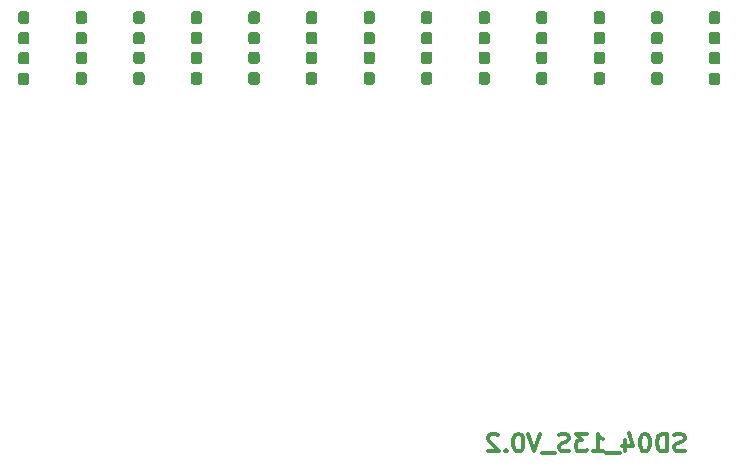
<source format=gbr>
G04 #@! TF.GenerationSoftware,KiCad,Pcbnew,(5.1.5)-3*
G04 #@! TF.CreationDate,2020-03-16T20:43:13+08:00*
G04 #@! TF.ProjectId,sd04,73643034-2e6b-4696-9361-645f70636258,v0.2*
G04 #@! TF.SameCoordinates,PX3e41030PY7464a18*
G04 #@! TF.FileFunction,Paste,Bot*
G04 #@! TF.FilePolarity,Positive*
%FSLAX46Y46*%
G04 Gerber Fmt 4.6, Leading zero omitted, Abs format (unit mm)*
G04 Created by KiCad (PCBNEW (5.1.5)-3) date 2020-03-16 20:43:13*
%MOMM*%
%LPD*%
G04 APERTURE LIST*
%ADD10C,0.300000*%
%ADD11C,0.100000*%
G04 APERTURE END LIST*
D10*
X95633928Y3583858D02*
X95419642Y3512429D01*
X95062500Y3512429D01*
X94919642Y3583858D01*
X94848214Y3655286D01*
X94776785Y3798143D01*
X94776785Y3941000D01*
X94848214Y4083858D01*
X94919642Y4155286D01*
X95062500Y4226715D01*
X95348214Y4298143D01*
X95491071Y4369572D01*
X95562500Y4441000D01*
X95633928Y4583858D01*
X95633928Y4726715D01*
X95562500Y4869572D01*
X95491071Y4941000D01*
X95348214Y5012429D01*
X94991071Y5012429D01*
X94776785Y4941000D01*
X94133928Y3512429D02*
X94133928Y5012429D01*
X93776785Y5012429D01*
X93562500Y4941000D01*
X93419642Y4798143D01*
X93348214Y4655286D01*
X93276785Y4369572D01*
X93276785Y4155286D01*
X93348214Y3869572D01*
X93419642Y3726715D01*
X93562500Y3583858D01*
X93776785Y3512429D01*
X94133928Y3512429D01*
X92348214Y5012429D02*
X92205357Y5012429D01*
X92062500Y4941000D01*
X91991071Y4869572D01*
X91919642Y4726715D01*
X91848214Y4441000D01*
X91848214Y4083858D01*
X91919642Y3798143D01*
X91991071Y3655286D01*
X92062500Y3583858D01*
X92205357Y3512429D01*
X92348214Y3512429D01*
X92491071Y3583858D01*
X92562500Y3655286D01*
X92633928Y3798143D01*
X92705357Y4083858D01*
X92705357Y4441000D01*
X92633928Y4726715D01*
X92562500Y4869572D01*
X92491071Y4941000D01*
X92348214Y5012429D01*
X90562500Y4512429D02*
X90562500Y3512429D01*
X90919642Y5083858D02*
X91276785Y4012429D01*
X90348214Y4012429D01*
X90133928Y3369572D02*
X88991071Y3369572D01*
X87848214Y3512429D02*
X88705357Y3512429D01*
X88276785Y3512429D02*
X88276785Y5012429D01*
X88419642Y4798143D01*
X88562500Y4655286D01*
X88705357Y4583858D01*
X87348214Y5012429D02*
X86419642Y5012429D01*
X86919642Y4441000D01*
X86705357Y4441000D01*
X86562500Y4369572D01*
X86491071Y4298143D01*
X86419642Y4155286D01*
X86419642Y3798143D01*
X86491071Y3655286D01*
X86562500Y3583858D01*
X86705357Y3512429D01*
X87133928Y3512429D01*
X87276785Y3583858D01*
X87348214Y3655286D01*
X85848214Y3583858D02*
X85633928Y3512429D01*
X85276785Y3512429D01*
X85133928Y3583858D01*
X85062500Y3655286D01*
X84991071Y3798143D01*
X84991071Y3941000D01*
X85062500Y4083858D01*
X85133928Y4155286D01*
X85276785Y4226715D01*
X85562500Y4298143D01*
X85705357Y4369572D01*
X85776785Y4441000D01*
X85848214Y4583858D01*
X85848214Y4726715D01*
X85776785Y4869572D01*
X85705357Y4941000D01*
X85562500Y5012429D01*
X85205357Y5012429D01*
X84991071Y4941000D01*
X84705357Y3369572D02*
X83562500Y3369572D01*
X83419642Y5012429D02*
X82919642Y3512429D01*
X82419642Y5012429D01*
X81633928Y5012429D02*
X81491071Y5012429D01*
X81348214Y4941000D01*
X81276785Y4869572D01*
X81205357Y4726715D01*
X81133928Y4441000D01*
X81133928Y4083858D01*
X81205357Y3798143D01*
X81276785Y3655286D01*
X81348214Y3583858D01*
X81491071Y3512429D01*
X81633928Y3512429D01*
X81776785Y3583858D01*
X81848214Y3655286D01*
X81919642Y3798143D01*
X81991071Y4083858D01*
X81991071Y4441000D01*
X81919642Y4726715D01*
X81848214Y4869572D01*
X81776785Y4941000D01*
X81633928Y5012429D01*
X80491071Y3655286D02*
X80419642Y3583858D01*
X80491071Y3512429D01*
X80562500Y3583858D01*
X80491071Y3655286D01*
X80491071Y3512429D01*
X79848214Y4869572D02*
X79776785Y4941000D01*
X79633928Y5012429D01*
X79276785Y5012429D01*
X79133928Y4941000D01*
X79062500Y4869572D01*
X78991071Y4726715D01*
X78991071Y4583858D01*
X79062500Y4369572D01*
X79919642Y3512429D01*
X78991071Y3512429D01*
D11*
G36*
X39948279Y39018856D02*
G01*
X39971334Y39015437D01*
X39993943Y39009773D01*
X40015887Y39001921D01*
X40036957Y38991956D01*
X40056948Y38979974D01*
X40075668Y38966090D01*
X40092938Y38950438D01*
X40108590Y38933168D01*
X40122474Y38914448D01*
X40134456Y38894457D01*
X40144421Y38873387D01*
X40152273Y38851443D01*
X40157937Y38828834D01*
X40161356Y38805779D01*
X40162500Y38782500D01*
X40162500Y38207500D01*
X40161356Y38184221D01*
X40157937Y38161166D01*
X40152273Y38138557D01*
X40144421Y38116613D01*
X40134456Y38095543D01*
X40122474Y38075552D01*
X40108590Y38056832D01*
X40092938Y38039562D01*
X40075668Y38023910D01*
X40056948Y38010026D01*
X40036957Y37998044D01*
X40015887Y37988079D01*
X39993943Y37980227D01*
X39971334Y37974563D01*
X39948279Y37971144D01*
X39925000Y37970000D01*
X39450000Y37970000D01*
X39426721Y37971144D01*
X39403666Y37974563D01*
X39381057Y37980227D01*
X39359113Y37988079D01*
X39338043Y37998044D01*
X39318052Y38010026D01*
X39299332Y38023910D01*
X39282062Y38039562D01*
X39266410Y38056832D01*
X39252526Y38075552D01*
X39240544Y38095543D01*
X39230579Y38116613D01*
X39222727Y38138557D01*
X39217063Y38161166D01*
X39213644Y38184221D01*
X39212500Y38207500D01*
X39212500Y38782500D01*
X39213644Y38805779D01*
X39217063Y38828834D01*
X39222727Y38851443D01*
X39230579Y38873387D01*
X39240544Y38894457D01*
X39252526Y38914448D01*
X39266410Y38933168D01*
X39282062Y38950438D01*
X39299332Y38966090D01*
X39318052Y38979974D01*
X39338043Y38991956D01*
X39359113Y39001921D01*
X39381057Y39009773D01*
X39403666Y39015437D01*
X39426721Y39018856D01*
X39450000Y39020000D01*
X39925000Y39020000D01*
X39948279Y39018856D01*
G37*
G36*
X39948279Y40768856D02*
G01*
X39971334Y40765437D01*
X39993943Y40759773D01*
X40015887Y40751921D01*
X40036957Y40741956D01*
X40056948Y40729974D01*
X40075668Y40716090D01*
X40092938Y40700438D01*
X40108590Y40683168D01*
X40122474Y40664448D01*
X40134456Y40644457D01*
X40144421Y40623387D01*
X40152273Y40601443D01*
X40157937Y40578834D01*
X40161356Y40555779D01*
X40162500Y40532500D01*
X40162500Y39957500D01*
X40161356Y39934221D01*
X40157937Y39911166D01*
X40152273Y39888557D01*
X40144421Y39866613D01*
X40134456Y39845543D01*
X40122474Y39825552D01*
X40108590Y39806832D01*
X40092938Y39789562D01*
X40075668Y39773910D01*
X40056948Y39760026D01*
X40036957Y39748044D01*
X40015887Y39738079D01*
X39993943Y39730227D01*
X39971334Y39724563D01*
X39948279Y39721144D01*
X39925000Y39720000D01*
X39450000Y39720000D01*
X39426721Y39721144D01*
X39403666Y39724563D01*
X39381057Y39730227D01*
X39359113Y39738079D01*
X39338043Y39748044D01*
X39318052Y39760026D01*
X39299332Y39773910D01*
X39282062Y39789562D01*
X39266410Y39806832D01*
X39252526Y39825552D01*
X39240544Y39845543D01*
X39230579Y39866613D01*
X39222727Y39888557D01*
X39217063Y39911166D01*
X39213644Y39934221D01*
X39212500Y39957500D01*
X39212500Y40532500D01*
X39213644Y40555779D01*
X39217063Y40578834D01*
X39222727Y40601443D01*
X39230579Y40623387D01*
X39240544Y40644457D01*
X39252526Y40664448D01*
X39266410Y40683168D01*
X39282062Y40700438D01*
X39299332Y40716090D01*
X39318052Y40729974D01*
X39338043Y40741956D01*
X39359113Y40751921D01*
X39381057Y40759773D01*
X39403666Y40765437D01*
X39426721Y40768856D01*
X39450000Y40770000D01*
X39925000Y40770000D01*
X39948279Y40768856D01*
G37*
G36*
X44821904Y39018856D02*
G01*
X44844959Y39015437D01*
X44867568Y39009773D01*
X44889512Y39001921D01*
X44910582Y38991956D01*
X44930573Y38979974D01*
X44949293Y38966090D01*
X44966563Y38950438D01*
X44982215Y38933168D01*
X44996099Y38914448D01*
X45008081Y38894457D01*
X45018046Y38873387D01*
X45025898Y38851443D01*
X45031562Y38828834D01*
X45034981Y38805779D01*
X45036125Y38782500D01*
X45036125Y38207500D01*
X45034981Y38184221D01*
X45031562Y38161166D01*
X45025898Y38138557D01*
X45018046Y38116613D01*
X45008081Y38095543D01*
X44996099Y38075552D01*
X44982215Y38056832D01*
X44966563Y38039562D01*
X44949293Y38023910D01*
X44930573Y38010026D01*
X44910582Y37998044D01*
X44889512Y37988079D01*
X44867568Y37980227D01*
X44844959Y37974563D01*
X44821904Y37971144D01*
X44798625Y37970000D01*
X44323625Y37970000D01*
X44300346Y37971144D01*
X44277291Y37974563D01*
X44254682Y37980227D01*
X44232738Y37988079D01*
X44211668Y37998044D01*
X44191677Y38010026D01*
X44172957Y38023910D01*
X44155687Y38039562D01*
X44140035Y38056832D01*
X44126151Y38075552D01*
X44114169Y38095543D01*
X44104204Y38116613D01*
X44096352Y38138557D01*
X44090688Y38161166D01*
X44087269Y38184221D01*
X44086125Y38207500D01*
X44086125Y38782500D01*
X44087269Y38805779D01*
X44090688Y38828834D01*
X44096352Y38851443D01*
X44104204Y38873387D01*
X44114169Y38894457D01*
X44126151Y38914448D01*
X44140035Y38933168D01*
X44155687Y38950438D01*
X44172957Y38966090D01*
X44191677Y38979974D01*
X44211668Y38991956D01*
X44232738Y39001921D01*
X44254682Y39009773D01*
X44277291Y39015437D01*
X44300346Y39018856D01*
X44323625Y39020000D01*
X44798625Y39020000D01*
X44821904Y39018856D01*
G37*
G36*
X44821904Y40768856D02*
G01*
X44844959Y40765437D01*
X44867568Y40759773D01*
X44889512Y40751921D01*
X44910582Y40741956D01*
X44930573Y40729974D01*
X44949293Y40716090D01*
X44966563Y40700438D01*
X44982215Y40683168D01*
X44996099Y40664448D01*
X45008081Y40644457D01*
X45018046Y40623387D01*
X45025898Y40601443D01*
X45031562Y40578834D01*
X45034981Y40555779D01*
X45036125Y40532500D01*
X45036125Y39957500D01*
X45034981Y39934221D01*
X45031562Y39911166D01*
X45025898Y39888557D01*
X45018046Y39866613D01*
X45008081Y39845543D01*
X44996099Y39825552D01*
X44982215Y39806832D01*
X44966563Y39789562D01*
X44949293Y39773910D01*
X44930573Y39760026D01*
X44910582Y39748044D01*
X44889512Y39738079D01*
X44867568Y39730227D01*
X44844959Y39724563D01*
X44821904Y39721144D01*
X44798625Y39720000D01*
X44323625Y39720000D01*
X44300346Y39721144D01*
X44277291Y39724563D01*
X44254682Y39730227D01*
X44232738Y39738079D01*
X44211668Y39748044D01*
X44191677Y39760026D01*
X44172957Y39773910D01*
X44155687Y39789562D01*
X44140035Y39806832D01*
X44126151Y39825552D01*
X44114169Y39845543D01*
X44104204Y39866613D01*
X44096352Y39888557D01*
X44090688Y39911166D01*
X44087269Y39934221D01*
X44086125Y39957500D01*
X44086125Y40532500D01*
X44087269Y40555779D01*
X44090688Y40578834D01*
X44096352Y40601443D01*
X44104204Y40623387D01*
X44114169Y40644457D01*
X44126151Y40664448D01*
X44140035Y40683168D01*
X44155687Y40700438D01*
X44172957Y40716090D01*
X44191677Y40729974D01*
X44211668Y40741956D01*
X44232738Y40751921D01*
X44254682Y40759773D01*
X44277291Y40765437D01*
X44300346Y40768856D01*
X44323625Y40770000D01*
X44798625Y40770000D01*
X44821904Y40768856D01*
G37*
G36*
X49695529Y39018856D02*
G01*
X49718584Y39015437D01*
X49741193Y39009773D01*
X49763137Y39001921D01*
X49784207Y38991956D01*
X49804198Y38979974D01*
X49822918Y38966090D01*
X49840188Y38950438D01*
X49855840Y38933168D01*
X49869724Y38914448D01*
X49881706Y38894457D01*
X49891671Y38873387D01*
X49899523Y38851443D01*
X49905187Y38828834D01*
X49908606Y38805779D01*
X49909750Y38782500D01*
X49909750Y38207500D01*
X49908606Y38184221D01*
X49905187Y38161166D01*
X49899523Y38138557D01*
X49891671Y38116613D01*
X49881706Y38095543D01*
X49869724Y38075552D01*
X49855840Y38056832D01*
X49840188Y38039562D01*
X49822918Y38023910D01*
X49804198Y38010026D01*
X49784207Y37998044D01*
X49763137Y37988079D01*
X49741193Y37980227D01*
X49718584Y37974563D01*
X49695529Y37971144D01*
X49672250Y37970000D01*
X49197250Y37970000D01*
X49173971Y37971144D01*
X49150916Y37974563D01*
X49128307Y37980227D01*
X49106363Y37988079D01*
X49085293Y37998044D01*
X49065302Y38010026D01*
X49046582Y38023910D01*
X49029312Y38039562D01*
X49013660Y38056832D01*
X48999776Y38075552D01*
X48987794Y38095543D01*
X48977829Y38116613D01*
X48969977Y38138557D01*
X48964313Y38161166D01*
X48960894Y38184221D01*
X48959750Y38207500D01*
X48959750Y38782500D01*
X48960894Y38805779D01*
X48964313Y38828834D01*
X48969977Y38851443D01*
X48977829Y38873387D01*
X48987794Y38894457D01*
X48999776Y38914448D01*
X49013660Y38933168D01*
X49029312Y38950438D01*
X49046582Y38966090D01*
X49065302Y38979974D01*
X49085293Y38991956D01*
X49106363Y39001921D01*
X49128307Y39009773D01*
X49150916Y39015437D01*
X49173971Y39018856D01*
X49197250Y39020000D01*
X49672250Y39020000D01*
X49695529Y39018856D01*
G37*
G36*
X49695529Y40768856D02*
G01*
X49718584Y40765437D01*
X49741193Y40759773D01*
X49763137Y40751921D01*
X49784207Y40741956D01*
X49804198Y40729974D01*
X49822918Y40716090D01*
X49840188Y40700438D01*
X49855840Y40683168D01*
X49869724Y40664448D01*
X49881706Y40644457D01*
X49891671Y40623387D01*
X49899523Y40601443D01*
X49905187Y40578834D01*
X49908606Y40555779D01*
X49909750Y40532500D01*
X49909750Y39957500D01*
X49908606Y39934221D01*
X49905187Y39911166D01*
X49899523Y39888557D01*
X49891671Y39866613D01*
X49881706Y39845543D01*
X49869724Y39825552D01*
X49855840Y39806832D01*
X49840188Y39789562D01*
X49822918Y39773910D01*
X49804198Y39760026D01*
X49784207Y39748044D01*
X49763137Y39738079D01*
X49741193Y39730227D01*
X49718584Y39724563D01*
X49695529Y39721144D01*
X49672250Y39720000D01*
X49197250Y39720000D01*
X49173971Y39721144D01*
X49150916Y39724563D01*
X49128307Y39730227D01*
X49106363Y39738079D01*
X49085293Y39748044D01*
X49065302Y39760026D01*
X49046582Y39773910D01*
X49029312Y39789562D01*
X49013660Y39806832D01*
X48999776Y39825552D01*
X48987794Y39845543D01*
X48977829Y39866613D01*
X48969977Y39888557D01*
X48964313Y39911166D01*
X48960894Y39934221D01*
X48959750Y39957500D01*
X48959750Y40532500D01*
X48960894Y40555779D01*
X48964313Y40578834D01*
X48969977Y40601443D01*
X48977829Y40623387D01*
X48987794Y40644457D01*
X48999776Y40664448D01*
X49013660Y40683168D01*
X49029312Y40700438D01*
X49046582Y40716090D01*
X49065302Y40729974D01*
X49085293Y40741956D01*
X49106363Y40751921D01*
X49128307Y40759773D01*
X49150916Y40765437D01*
X49173971Y40768856D01*
X49197250Y40770000D01*
X49672250Y40770000D01*
X49695529Y40768856D01*
G37*
G36*
X54569154Y39018856D02*
G01*
X54592209Y39015437D01*
X54614818Y39009773D01*
X54636762Y39001921D01*
X54657832Y38991956D01*
X54677823Y38979974D01*
X54696543Y38966090D01*
X54713813Y38950438D01*
X54729465Y38933168D01*
X54743349Y38914448D01*
X54755331Y38894457D01*
X54765296Y38873387D01*
X54773148Y38851443D01*
X54778812Y38828834D01*
X54782231Y38805779D01*
X54783375Y38782500D01*
X54783375Y38207500D01*
X54782231Y38184221D01*
X54778812Y38161166D01*
X54773148Y38138557D01*
X54765296Y38116613D01*
X54755331Y38095543D01*
X54743349Y38075552D01*
X54729465Y38056832D01*
X54713813Y38039562D01*
X54696543Y38023910D01*
X54677823Y38010026D01*
X54657832Y37998044D01*
X54636762Y37988079D01*
X54614818Y37980227D01*
X54592209Y37974563D01*
X54569154Y37971144D01*
X54545875Y37970000D01*
X54070875Y37970000D01*
X54047596Y37971144D01*
X54024541Y37974563D01*
X54001932Y37980227D01*
X53979988Y37988079D01*
X53958918Y37998044D01*
X53938927Y38010026D01*
X53920207Y38023910D01*
X53902937Y38039562D01*
X53887285Y38056832D01*
X53873401Y38075552D01*
X53861419Y38095543D01*
X53851454Y38116613D01*
X53843602Y38138557D01*
X53837938Y38161166D01*
X53834519Y38184221D01*
X53833375Y38207500D01*
X53833375Y38782500D01*
X53834519Y38805779D01*
X53837938Y38828834D01*
X53843602Y38851443D01*
X53851454Y38873387D01*
X53861419Y38894457D01*
X53873401Y38914448D01*
X53887285Y38933168D01*
X53902937Y38950438D01*
X53920207Y38966090D01*
X53938927Y38979974D01*
X53958918Y38991956D01*
X53979988Y39001921D01*
X54001932Y39009773D01*
X54024541Y39015437D01*
X54047596Y39018856D01*
X54070875Y39020000D01*
X54545875Y39020000D01*
X54569154Y39018856D01*
G37*
G36*
X54569154Y40768856D02*
G01*
X54592209Y40765437D01*
X54614818Y40759773D01*
X54636762Y40751921D01*
X54657832Y40741956D01*
X54677823Y40729974D01*
X54696543Y40716090D01*
X54713813Y40700438D01*
X54729465Y40683168D01*
X54743349Y40664448D01*
X54755331Y40644457D01*
X54765296Y40623387D01*
X54773148Y40601443D01*
X54778812Y40578834D01*
X54782231Y40555779D01*
X54783375Y40532500D01*
X54783375Y39957500D01*
X54782231Y39934221D01*
X54778812Y39911166D01*
X54773148Y39888557D01*
X54765296Y39866613D01*
X54755331Y39845543D01*
X54743349Y39825552D01*
X54729465Y39806832D01*
X54713813Y39789562D01*
X54696543Y39773910D01*
X54677823Y39760026D01*
X54657832Y39748044D01*
X54636762Y39738079D01*
X54614818Y39730227D01*
X54592209Y39724563D01*
X54569154Y39721144D01*
X54545875Y39720000D01*
X54070875Y39720000D01*
X54047596Y39721144D01*
X54024541Y39724563D01*
X54001932Y39730227D01*
X53979988Y39738079D01*
X53958918Y39748044D01*
X53938927Y39760026D01*
X53920207Y39773910D01*
X53902937Y39789562D01*
X53887285Y39806832D01*
X53873401Y39825552D01*
X53861419Y39845543D01*
X53851454Y39866613D01*
X53843602Y39888557D01*
X53837938Y39911166D01*
X53834519Y39934221D01*
X53833375Y39957500D01*
X53833375Y40532500D01*
X53834519Y40555779D01*
X53837938Y40578834D01*
X53843602Y40601443D01*
X53851454Y40623387D01*
X53861419Y40644457D01*
X53873401Y40664448D01*
X53887285Y40683168D01*
X53902937Y40700438D01*
X53920207Y40716090D01*
X53938927Y40729974D01*
X53958918Y40741956D01*
X53979988Y40751921D01*
X54001932Y40759773D01*
X54024541Y40765437D01*
X54047596Y40768856D01*
X54070875Y40770000D01*
X54545875Y40770000D01*
X54569154Y40768856D01*
G37*
G36*
X59442779Y39018856D02*
G01*
X59465834Y39015437D01*
X59488443Y39009773D01*
X59510387Y39001921D01*
X59531457Y38991956D01*
X59551448Y38979974D01*
X59570168Y38966090D01*
X59587438Y38950438D01*
X59603090Y38933168D01*
X59616974Y38914448D01*
X59628956Y38894457D01*
X59638921Y38873387D01*
X59646773Y38851443D01*
X59652437Y38828834D01*
X59655856Y38805779D01*
X59657000Y38782500D01*
X59657000Y38207500D01*
X59655856Y38184221D01*
X59652437Y38161166D01*
X59646773Y38138557D01*
X59638921Y38116613D01*
X59628956Y38095543D01*
X59616974Y38075552D01*
X59603090Y38056832D01*
X59587438Y38039562D01*
X59570168Y38023910D01*
X59551448Y38010026D01*
X59531457Y37998044D01*
X59510387Y37988079D01*
X59488443Y37980227D01*
X59465834Y37974563D01*
X59442779Y37971144D01*
X59419500Y37970000D01*
X58944500Y37970000D01*
X58921221Y37971144D01*
X58898166Y37974563D01*
X58875557Y37980227D01*
X58853613Y37988079D01*
X58832543Y37998044D01*
X58812552Y38010026D01*
X58793832Y38023910D01*
X58776562Y38039562D01*
X58760910Y38056832D01*
X58747026Y38075552D01*
X58735044Y38095543D01*
X58725079Y38116613D01*
X58717227Y38138557D01*
X58711563Y38161166D01*
X58708144Y38184221D01*
X58707000Y38207500D01*
X58707000Y38782500D01*
X58708144Y38805779D01*
X58711563Y38828834D01*
X58717227Y38851443D01*
X58725079Y38873387D01*
X58735044Y38894457D01*
X58747026Y38914448D01*
X58760910Y38933168D01*
X58776562Y38950438D01*
X58793832Y38966090D01*
X58812552Y38979974D01*
X58832543Y38991956D01*
X58853613Y39001921D01*
X58875557Y39009773D01*
X58898166Y39015437D01*
X58921221Y39018856D01*
X58944500Y39020000D01*
X59419500Y39020000D01*
X59442779Y39018856D01*
G37*
G36*
X59442779Y40768856D02*
G01*
X59465834Y40765437D01*
X59488443Y40759773D01*
X59510387Y40751921D01*
X59531457Y40741956D01*
X59551448Y40729974D01*
X59570168Y40716090D01*
X59587438Y40700438D01*
X59603090Y40683168D01*
X59616974Y40664448D01*
X59628956Y40644457D01*
X59638921Y40623387D01*
X59646773Y40601443D01*
X59652437Y40578834D01*
X59655856Y40555779D01*
X59657000Y40532500D01*
X59657000Y39957500D01*
X59655856Y39934221D01*
X59652437Y39911166D01*
X59646773Y39888557D01*
X59638921Y39866613D01*
X59628956Y39845543D01*
X59616974Y39825552D01*
X59603090Y39806832D01*
X59587438Y39789562D01*
X59570168Y39773910D01*
X59551448Y39760026D01*
X59531457Y39748044D01*
X59510387Y39738079D01*
X59488443Y39730227D01*
X59465834Y39724563D01*
X59442779Y39721144D01*
X59419500Y39720000D01*
X58944500Y39720000D01*
X58921221Y39721144D01*
X58898166Y39724563D01*
X58875557Y39730227D01*
X58853613Y39738079D01*
X58832543Y39748044D01*
X58812552Y39760026D01*
X58793832Y39773910D01*
X58776562Y39789562D01*
X58760910Y39806832D01*
X58747026Y39825552D01*
X58735044Y39845543D01*
X58725079Y39866613D01*
X58717227Y39888557D01*
X58711563Y39911166D01*
X58708144Y39934221D01*
X58707000Y39957500D01*
X58707000Y40532500D01*
X58708144Y40555779D01*
X58711563Y40578834D01*
X58717227Y40601443D01*
X58725079Y40623387D01*
X58735044Y40644457D01*
X58747026Y40664448D01*
X58760910Y40683168D01*
X58776562Y40700438D01*
X58793832Y40716090D01*
X58812552Y40729974D01*
X58832543Y40741956D01*
X58853613Y40751921D01*
X58875557Y40759773D01*
X58898166Y40765437D01*
X58921221Y40768856D01*
X58944500Y40770000D01*
X59419500Y40770000D01*
X59442779Y40768856D01*
G37*
G36*
X64316404Y39018856D02*
G01*
X64339459Y39015437D01*
X64362068Y39009773D01*
X64384012Y39001921D01*
X64405082Y38991956D01*
X64425073Y38979974D01*
X64443793Y38966090D01*
X64461063Y38950438D01*
X64476715Y38933168D01*
X64490599Y38914448D01*
X64502581Y38894457D01*
X64512546Y38873387D01*
X64520398Y38851443D01*
X64526062Y38828834D01*
X64529481Y38805779D01*
X64530625Y38782500D01*
X64530625Y38207500D01*
X64529481Y38184221D01*
X64526062Y38161166D01*
X64520398Y38138557D01*
X64512546Y38116613D01*
X64502581Y38095543D01*
X64490599Y38075552D01*
X64476715Y38056832D01*
X64461063Y38039562D01*
X64443793Y38023910D01*
X64425073Y38010026D01*
X64405082Y37998044D01*
X64384012Y37988079D01*
X64362068Y37980227D01*
X64339459Y37974563D01*
X64316404Y37971144D01*
X64293125Y37970000D01*
X63818125Y37970000D01*
X63794846Y37971144D01*
X63771791Y37974563D01*
X63749182Y37980227D01*
X63727238Y37988079D01*
X63706168Y37998044D01*
X63686177Y38010026D01*
X63667457Y38023910D01*
X63650187Y38039562D01*
X63634535Y38056832D01*
X63620651Y38075552D01*
X63608669Y38095543D01*
X63598704Y38116613D01*
X63590852Y38138557D01*
X63585188Y38161166D01*
X63581769Y38184221D01*
X63580625Y38207500D01*
X63580625Y38782500D01*
X63581769Y38805779D01*
X63585188Y38828834D01*
X63590852Y38851443D01*
X63598704Y38873387D01*
X63608669Y38894457D01*
X63620651Y38914448D01*
X63634535Y38933168D01*
X63650187Y38950438D01*
X63667457Y38966090D01*
X63686177Y38979974D01*
X63706168Y38991956D01*
X63727238Y39001921D01*
X63749182Y39009773D01*
X63771791Y39015437D01*
X63794846Y39018856D01*
X63818125Y39020000D01*
X64293125Y39020000D01*
X64316404Y39018856D01*
G37*
G36*
X64316404Y40768856D02*
G01*
X64339459Y40765437D01*
X64362068Y40759773D01*
X64384012Y40751921D01*
X64405082Y40741956D01*
X64425073Y40729974D01*
X64443793Y40716090D01*
X64461063Y40700438D01*
X64476715Y40683168D01*
X64490599Y40664448D01*
X64502581Y40644457D01*
X64512546Y40623387D01*
X64520398Y40601443D01*
X64526062Y40578834D01*
X64529481Y40555779D01*
X64530625Y40532500D01*
X64530625Y39957500D01*
X64529481Y39934221D01*
X64526062Y39911166D01*
X64520398Y39888557D01*
X64512546Y39866613D01*
X64502581Y39845543D01*
X64490599Y39825552D01*
X64476715Y39806832D01*
X64461063Y39789562D01*
X64443793Y39773910D01*
X64425073Y39760026D01*
X64405082Y39748044D01*
X64384012Y39738079D01*
X64362068Y39730227D01*
X64339459Y39724563D01*
X64316404Y39721144D01*
X64293125Y39720000D01*
X63818125Y39720000D01*
X63794846Y39721144D01*
X63771791Y39724563D01*
X63749182Y39730227D01*
X63727238Y39738079D01*
X63706168Y39748044D01*
X63686177Y39760026D01*
X63667457Y39773910D01*
X63650187Y39789562D01*
X63634535Y39806832D01*
X63620651Y39825552D01*
X63608669Y39845543D01*
X63598704Y39866613D01*
X63590852Y39888557D01*
X63585188Y39911166D01*
X63581769Y39934221D01*
X63580625Y39957500D01*
X63580625Y40532500D01*
X63581769Y40555779D01*
X63585188Y40578834D01*
X63590852Y40601443D01*
X63598704Y40623387D01*
X63608669Y40644457D01*
X63620651Y40664448D01*
X63634535Y40683168D01*
X63650187Y40700438D01*
X63667457Y40716090D01*
X63686177Y40729974D01*
X63706168Y40741956D01*
X63727238Y40751921D01*
X63749182Y40759773D01*
X63771791Y40765437D01*
X63794846Y40768856D01*
X63818125Y40770000D01*
X64293125Y40770000D01*
X64316404Y40768856D01*
G37*
G36*
X69190029Y39018856D02*
G01*
X69213084Y39015437D01*
X69235693Y39009773D01*
X69257637Y39001921D01*
X69278707Y38991956D01*
X69298698Y38979974D01*
X69317418Y38966090D01*
X69334688Y38950438D01*
X69350340Y38933168D01*
X69364224Y38914448D01*
X69376206Y38894457D01*
X69386171Y38873387D01*
X69394023Y38851443D01*
X69399687Y38828834D01*
X69403106Y38805779D01*
X69404250Y38782500D01*
X69404250Y38207500D01*
X69403106Y38184221D01*
X69399687Y38161166D01*
X69394023Y38138557D01*
X69386171Y38116613D01*
X69376206Y38095543D01*
X69364224Y38075552D01*
X69350340Y38056832D01*
X69334688Y38039562D01*
X69317418Y38023910D01*
X69298698Y38010026D01*
X69278707Y37998044D01*
X69257637Y37988079D01*
X69235693Y37980227D01*
X69213084Y37974563D01*
X69190029Y37971144D01*
X69166750Y37970000D01*
X68691750Y37970000D01*
X68668471Y37971144D01*
X68645416Y37974563D01*
X68622807Y37980227D01*
X68600863Y37988079D01*
X68579793Y37998044D01*
X68559802Y38010026D01*
X68541082Y38023910D01*
X68523812Y38039562D01*
X68508160Y38056832D01*
X68494276Y38075552D01*
X68482294Y38095543D01*
X68472329Y38116613D01*
X68464477Y38138557D01*
X68458813Y38161166D01*
X68455394Y38184221D01*
X68454250Y38207500D01*
X68454250Y38782500D01*
X68455394Y38805779D01*
X68458813Y38828834D01*
X68464477Y38851443D01*
X68472329Y38873387D01*
X68482294Y38894457D01*
X68494276Y38914448D01*
X68508160Y38933168D01*
X68523812Y38950438D01*
X68541082Y38966090D01*
X68559802Y38979974D01*
X68579793Y38991956D01*
X68600863Y39001921D01*
X68622807Y39009773D01*
X68645416Y39015437D01*
X68668471Y39018856D01*
X68691750Y39020000D01*
X69166750Y39020000D01*
X69190029Y39018856D01*
G37*
G36*
X69190029Y40768856D02*
G01*
X69213084Y40765437D01*
X69235693Y40759773D01*
X69257637Y40751921D01*
X69278707Y40741956D01*
X69298698Y40729974D01*
X69317418Y40716090D01*
X69334688Y40700438D01*
X69350340Y40683168D01*
X69364224Y40664448D01*
X69376206Y40644457D01*
X69386171Y40623387D01*
X69394023Y40601443D01*
X69399687Y40578834D01*
X69403106Y40555779D01*
X69404250Y40532500D01*
X69404250Y39957500D01*
X69403106Y39934221D01*
X69399687Y39911166D01*
X69394023Y39888557D01*
X69386171Y39866613D01*
X69376206Y39845543D01*
X69364224Y39825552D01*
X69350340Y39806832D01*
X69334688Y39789562D01*
X69317418Y39773910D01*
X69298698Y39760026D01*
X69278707Y39748044D01*
X69257637Y39738079D01*
X69235693Y39730227D01*
X69213084Y39724563D01*
X69190029Y39721144D01*
X69166750Y39720000D01*
X68691750Y39720000D01*
X68668471Y39721144D01*
X68645416Y39724563D01*
X68622807Y39730227D01*
X68600863Y39738079D01*
X68579793Y39748044D01*
X68559802Y39760026D01*
X68541082Y39773910D01*
X68523812Y39789562D01*
X68508160Y39806832D01*
X68494276Y39825552D01*
X68482294Y39845543D01*
X68472329Y39866613D01*
X68464477Y39888557D01*
X68458813Y39911166D01*
X68455394Y39934221D01*
X68454250Y39957500D01*
X68454250Y40532500D01*
X68455394Y40555779D01*
X68458813Y40578834D01*
X68464477Y40601443D01*
X68472329Y40623387D01*
X68482294Y40644457D01*
X68494276Y40664448D01*
X68508160Y40683168D01*
X68523812Y40700438D01*
X68541082Y40716090D01*
X68559802Y40729974D01*
X68579793Y40741956D01*
X68600863Y40751921D01*
X68622807Y40759773D01*
X68645416Y40765437D01*
X68668471Y40768856D01*
X68691750Y40770000D01*
X69166750Y40770000D01*
X69190029Y40768856D01*
G37*
G36*
X74063654Y39018856D02*
G01*
X74086709Y39015437D01*
X74109318Y39009773D01*
X74131262Y39001921D01*
X74152332Y38991956D01*
X74172323Y38979974D01*
X74191043Y38966090D01*
X74208313Y38950438D01*
X74223965Y38933168D01*
X74237849Y38914448D01*
X74249831Y38894457D01*
X74259796Y38873387D01*
X74267648Y38851443D01*
X74273312Y38828834D01*
X74276731Y38805779D01*
X74277875Y38782500D01*
X74277875Y38207500D01*
X74276731Y38184221D01*
X74273312Y38161166D01*
X74267648Y38138557D01*
X74259796Y38116613D01*
X74249831Y38095543D01*
X74237849Y38075552D01*
X74223965Y38056832D01*
X74208313Y38039562D01*
X74191043Y38023910D01*
X74172323Y38010026D01*
X74152332Y37998044D01*
X74131262Y37988079D01*
X74109318Y37980227D01*
X74086709Y37974563D01*
X74063654Y37971144D01*
X74040375Y37970000D01*
X73565375Y37970000D01*
X73542096Y37971144D01*
X73519041Y37974563D01*
X73496432Y37980227D01*
X73474488Y37988079D01*
X73453418Y37998044D01*
X73433427Y38010026D01*
X73414707Y38023910D01*
X73397437Y38039562D01*
X73381785Y38056832D01*
X73367901Y38075552D01*
X73355919Y38095543D01*
X73345954Y38116613D01*
X73338102Y38138557D01*
X73332438Y38161166D01*
X73329019Y38184221D01*
X73327875Y38207500D01*
X73327875Y38782500D01*
X73329019Y38805779D01*
X73332438Y38828834D01*
X73338102Y38851443D01*
X73345954Y38873387D01*
X73355919Y38894457D01*
X73367901Y38914448D01*
X73381785Y38933168D01*
X73397437Y38950438D01*
X73414707Y38966090D01*
X73433427Y38979974D01*
X73453418Y38991956D01*
X73474488Y39001921D01*
X73496432Y39009773D01*
X73519041Y39015437D01*
X73542096Y39018856D01*
X73565375Y39020000D01*
X74040375Y39020000D01*
X74063654Y39018856D01*
G37*
G36*
X74063654Y40768856D02*
G01*
X74086709Y40765437D01*
X74109318Y40759773D01*
X74131262Y40751921D01*
X74152332Y40741956D01*
X74172323Y40729974D01*
X74191043Y40716090D01*
X74208313Y40700438D01*
X74223965Y40683168D01*
X74237849Y40664448D01*
X74249831Y40644457D01*
X74259796Y40623387D01*
X74267648Y40601443D01*
X74273312Y40578834D01*
X74276731Y40555779D01*
X74277875Y40532500D01*
X74277875Y39957500D01*
X74276731Y39934221D01*
X74273312Y39911166D01*
X74267648Y39888557D01*
X74259796Y39866613D01*
X74249831Y39845543D01*
X74237849Y39825552D01*
X74223965Y39806832D01*
X74208313Y39789562D01*
X74191043Y39773910D01*
X74172323Y39760026D01*
X74152332Y39748044D01*
X74131262Y39738079D01*
X74109318Y39730227D01*
X74086709Y39724563D01*
X74063654Y39721144D01*
X74040375Y39720000D01*
X73565375Y39720000D01*
X73542096Y39721144D01*
X73519041Y39724563D01*
X73496432Y39730227D01*
X73474488Y39738079D01*
X73453418Y39748044D01*
X73433427Y39760026D01*
X73414707Y39773910D01*
X73397437Y39789562D01*
X73381785Y39806832D01*
X73367901Y39825552D01*
X73355919Y39845543D01*
X73345954Y39866613D01*
X73338102Y39888557D01*
X73332438Y39911166D01*
X73329019Y39934221D01*
X73327875Y39957500D01*
X73327875Y40532500D01*
X73329019Y40555779D01*
X73332438Y40578834D01*
X73338102Y40601443D01*
X73345954Y40623387D01*
X73355919Y40644457D01*
X73367901Y40664448D01*
X73381785Y40683168D01*
X73397437Y40700438D01*
X73414707Y40716090D01*
X73433427Y40729974D01*
X73453418Y40741956D01*
X73474488Y40751921D01*
X73496432Y40759773D01*
X73519041Y40765437D01*
X73542096Y40768856D01*
X73565375Y40770000D01*
X74040375Y40770000D01*
X74063654Y40768856D01*
G37*
G36*
X78937279Y39018856D02*
G01*
X78960334Y39015437D01*
X78982943Y39009773D01*
X79004887Y39001921D01*
X79025957Y38991956D01*
X79045948Y38979974D01*
X79064668Y38966090D01*
X79081938Y38950438D01*
X79097590Y38933168D01*
X79111474Y38914448D01*
X79123456Y38894457D01*
X79133421Y38873387D01*
X79141273Y38851443D01*
X79146937Y38828834D01*
X79150356Y38805779D01*
X79151500Y38782500D01*
X79151500Y38207500D01*
X79150356Y38184221D01*
X79146937Y38161166D01*
X79141273Y38138557D01*
X79133421Y38116613D01*
X79123456Y38095543D01*
X79111474Y38075552D01*
X79097590Y38056832D01*
X79081938Y38039562D01*
X79064668Y38023910D01*
X79045948Y38010026D01*
X79025957Y37998044D01*
X79004887Y37988079D01*
X78982943Y37980227D01*
X78960334Y37974563D01*
X78937279Y37971144D01*
X78914000Y37970000D01*
X78439000Y37970000D01*
X78415721Y37971144D01*
X78392666Y37974563D01*
X78370057Y37980227D01*
X78348113Y37988079D01*
X78327043Y37998044D01*
X78307052Y38010026D01*
X78288332Y38023910D01*
X78271062Y38039562D01*
X78255410Y38056832D01*
X78241526Y38075552D01*
X78229544Y38095543D01*
X78219579Y38116613D01*
X78211727Y38138557D01*
X78206063Y38161166D01*
X78202644Y38184221D01*
X78201500Y38207500D01*
X78201500Y38782500D01*
X78202644Y38805779D01*
X78206063Y38828834D01*
X78211727Y38851443D01*
X78219579Y38873387D01*
X78229544Y38894457D01*
X78241526Y38914448D01*
X78255410Y38933168D01*
X78271062Y38950438D01*
X78288332Y38966090D01*
X78307052Y38979974D01*
X78327043Y38991956D01*
X78348113Y39001921D01*
X78370057Y39009773D01*
X78392666Y39015437D01*
X78415721Y39018856D01*
X78439000Y39020000D01*
X78914000Y39020000D01*
X78937279Y39018856D01*
G37*
G36*
X78937279Y40768856D02*
G01*
X78960334Y40765437D01*
X78982943Y40759773D01*
X79004887Y40751921D01*
X79025957Y40741956D01*
X79045948Y40729974D01*
X79064668Y40716090D01*
X79081938Y40700438D01*
X79097590Y40683168D01*
X79111474Y40664448D01*
X79123456Y40644457D01*
X79133421Y40623387D01*
X79141273Y40601443D01*
X79146937Y40578834D01*
X79150356Y40555779D01*
X79151500Y40532500D01*
X79151500Y39957500D01*
X79150356Y39934221D01*
X79146937Y39911166D01*
X79141273Y39888557D01*
X79133421Y39866613D01*
X79123456Y39845543D01*
X79111474Y39825552D01*
X79097590Y39806832D01*
X79081938Y39789562D01*
X79064668Y39773910D01*
X79045948Y39760026D01*
X79025957Y39748044D01*
X79004887Y39738079D01*
X78982943Y39730227D01*
X78960334Y39724563D01*
X78937279Y39721144D01*
X78914000Y39720000D01*
X78439000Y39720000D01*
X78415721Y39721144D01*
X78392666Y39724563D01*
X78370057Y39730227D01*
X78348113Y39738079D01*
X78327043Y39748044D01*
X78307052Y39760026D01*
X78288332Y39773910D01*
X78271062Y39789562D01*
X78255410Y39806832D01*
X78241526Y39825552D01*
X78229544Y39845543D01*
X78219579Y39866613D01*
X78211727Y39888557D01*
X78206063Y39911166D01*
X78202644Y39934221D01*
X78201500Y39957500D01*
X78201500Y40532500D01*
X78202644Y40555779D01*
X78206063Y40578834D01*
X78211727Y40601443D01*
X78219579Y40623387D01*
X78229544Y40644457D01*
X78241526Y40664448D01*
X78255410Y40683168D01*
X78271062Y40700438D01*
X78288332Y40716090D01*
X78307052Y40729974D01*
X78327043Y40741956D01*
X78348113Y40751921D01*
X78370057Y40759773D01*
X78392666Y40765437D01*
X78415721Y40768856D01*
X78439000Y40770000D01*
X78914000Y40770000D01*
X78937279Y40768856D01*
G37*
G36*
X83810904Y39018856D02*
G01*
X83833959Y39015437D01*
X83856568Y39009773D01*
X83878512Y39001921D01*
X83899582Y38991956D01*
X83919573Y38979974D01*
X83938293Y38966090D01*
X83955563Y38950438D01*
X83971215Y38933168D01*
X83985099Y38914448D01*
X83997081Y38894457D01*
X84007046Y38873387D01*
X84014898Y38851443D01*
X84020562Y38828834D01*
X84023981Y38805779D01*
X84025125Y38782500D01*
X84025125Y38207500D01*
X84023981Y38184221D01*
X84020562Y38161166D01*
X84014898Y38138557D01*
X84007046Y38116613D01*
X83997081Y38095543D01*
X83985099Y38075552D01*
X83971215Y38056832D01*
X83955563Y38039562D01*
X83938293Y38023910D01*
X83919573Y38010026D01*
X83899582Y37998044D01*
X83878512Y37988079D01*
X83856568Y37980227D01*
X83833959Y37974563D01*
X83810904Y37971144D01*
X83787625Y37970000D01*
X83312625Y37970000D01*
X83289346Y37971144D01*
X83266291Y37974563D01*
X83243682Y37980227D01*
X83221738Y37988079D01*
X83200668Y37998044D01*
X83180677Y38010026D01*
X83161957Y38023910D01*
X83144687Y38039562D01*
X83129035Y38056832D01*
X83115151Y38075552D01*
X83103169Y38095543D01*
X83093204Y38116613D01*
X83085352Y38138557D01*
X83079688Y38161166D01*
X83076269Y38184221D01*
X83075125Y38207500D01*
X83075125Y38782500D01*
X83076269Y38805779D01*
X83079688Y38828834D01*
X83085352Y38851443D01*
X83093204Y38873387D01*
X83103169Y38894457D01*
X83115151Y38914448D01*
X83129035Y38933168D01*
X83144687Y38950438D01*
X83161957Y38966090D01*
X83180677Y38979974D01*
X83200668Y38991956D01*
X83221738Y39001921D01*
X83243682Y39009773D01*
X83266291Y39015437D01*
X83289346Y39018856D01*
X83312625Y39020000D01*
X83787625Y39020000D01*
X83810904Y39018856D01*
G37*
G36*
X83810904Y40768856D02*
G01*
X83833959Y40765437D01*
X83856568Y40759773D01*
X83878512Y40751921D01*
X83899582Y40741956D01*
X83919573Y40729974D01*
X83938293Y40716090D01*
X83955563Y40700438D01*
X83971215Y40683168D01*
X83985099Y40664448D01*
X83997081Y40644457D01*
X84007046Y40623387D01*
X84014898Y40601443D01*
X84020562Y40578834D01*
X84023981Y40555779D01*
X84025125Y40532500D01*
X84025125Y39957500D01*
X84023981Y39934221D01*
X84020562Y39911166D01*
X84014898Y39888557D01*
X84007046Y39866613D01*
X83997081Y39845543D01*
X83985099Y39825552D01*
X83971215Y39806832D01*
X83955563Y39789562D01*
X83938293Y39773910D01*
X83919573Y39760026D01*
X83899582Y39748044D01*
X83878512Y39738079D01*
X83856568Y39730227D01*
X83833959Y39724563D01*
X83810904Y39721144D01*
X83787625Y39720000D01*
X83312625Y39720000D01*
X83289346Y39721144D01*
X83266291Y39724563D01*
X83243682Y39730227D01*
X83221738Y39738079D01*
X83200668Y39748044D01*
X83180677Y39760026D01*
X83161957Y39773910D01*
X83144687Y39789562D01*
X83129035Y39806832D01*
X83115151Y39825552D01*
X83103169Y39845543D01*
X83093204Y39866613D01*
X83085352Y39888557D01*
X83079688Y39911166D01*
X83076269Y39934221D01*
X83075125Y39957500D01*
X83075125Y40532500D01*
X83076269Y40555779D01*
X83079688Y40578834D01*
X83085352Y40601443D01*
X83093204Y40623387D01*
X83103169Y40644457D01*
X83115151Y40664448D01*
X83129035Y40683168D01*
X83144687Y40700438D01*
X83161957Y40716090D01*
X83180677Y40729974D01*
X83200668Y40741956D01*
X83221738Y40751921D01*
X83243682Y40759773D01*
X83266291Y40765437D01*
X83289346Y40768856D01*
X83312625Y40770000D01*
X83787625Y40770000D01*
X83810904Y40768856D01*
G37*
G36*
X88684529Y39018856D02*
G01*
X88707584Y39015437D01*
X88730193Y39009773D01*
X88752137Y39001921D01*
X88773207Y38991956D01*
X88793198Y38979974D01*
X88811918Y38966090D01*
X88829188Y38950438D01*
X88844840Y38933168D01*
X88858724Y38914448D01*
X88870706Y38894457D01*
X88880671Y38873387D01*
X88888523Y38851443D01*
X88894187Y38828834D01*
X88897606Y38805779D01*
X88898750Y38782500D01*
X88898750Y38207500D01*
X88897606Y38184221D01*
X88894187Y38161166D01*
X88888523Y38138557D01*
X88880671Y38116613D01*
X88870706Y38095543D01*
X88858724Y38075552D01*
X88844840Y38056832D01*
X88829188Y38039562D01*
X88811918Y38023910D01*
X88793198Y38010026D01*
X88773207Y37998044D01*
X88752137Y37988079D01*
X88730193Y37980227D01*
X88707584Y37974563D01*
X88684529Y37971144D01*
X88661250Y37970000D01*
X88186250Y37970000D01*
X88162971Y37971144D01*
X88139916Y37974563D01*
X88117307Y37980227D01*
X88095363Y37988079D01*
X88074293Y37998044D01*
X88054302Y38010026D01*
X88035582Y38023910D01*
X88018312Y38039562D01*
X88002660Y38056832D01*
X87988776Y38075552D01*
X87976794Y38095543D01*
X87966829Y38116613D01*
X87958977Y38138557D01*
X87953313Y38161166D01*
X87949894Y38184221D01*
X87948750Y38207500D01*
X87948750Y38782500D01*
X87949894Y38805779D01*
X87953313Y38828834D01*
X87958977Y38851443D01*
X87966829Y38873387D01*
X87976794Y38894457D01*
X87988776Y38914448D01*
X88002660Y38933168D01*
X88018312Y38950438D01*
X88035582Y38966090D01*
X88054302Y38979974D01*
X88074293Y38991956D01*
X88095363Y39001921D01*
X88117307Y39009773D01*
X88139916Y39015437D01*
X88162971Y39018856D01*
X88186250Y39020000D01*
X88661250Y39020000D01*
X88684529Y39018856D01*
G37*
G36*
X88684529Y40768856D02*
G01*
X88707584Y40765437D01*
X88730193Y40759773D01*
X88752137Y40751921D01*
X88773207Y40741956D01*
X88793198Y40729974D01*
X88811918Y40716090D01*
X88829188Y40700438D01*
X88844840Y40683168D01*
X88858724Y40664448D01*
X88870706Y40644457D01*
X88880671Y40623387D01*
X88888523Y40601443D01*
X88894187Y40578834D01*
X88897606Y40555779D01*
X88898750Y40532500D01*
X88898750Y39957500D01*
X88897606Y39934221D01*
X88894187Y39911166D01*
X88888523Y39888557D01*
X88880671Y39866613D01*
X88870706Y39845543D01*
X88858724Y39825552D01*
X88844840Y39806832D01*
X88829188Y39789562D01*
X88811918Y39773910D01*
X88793198Y39760026D01*
X88773207Y39748044D01*
X88752137Y39738079D01*
X88730193Y39730227D01*
X88707584Y39724563D01*
X88684529Y39721144D01*
X88661250Y39720000D01*
X88186250Y39720000D01*
X88162971Y39721144D01*
X88139916Y39724563D01*
X88117307Y39730227D01*
X88095363Y39738079D01*
X88074293Y39748044D01*
X88054302Y39760026D01*
X88035582Y39773910D01*
X88018312Y39789562D01*
X88002660Y39806832D01*
X87988776Y39825552D01*
X87976794Y39845543D01*
X87966829Y39866613D01*
X87958977Y39888557D01*
X87953313Y39911166D01*
X87949894Y39934221D01*
X87948750Y39957500D01*
X87948750Y40532500D01*
X87949894Y40555779D01*
X87953313Y40578834D01*
X87958977Y40601443D01*
X87966829Y40623387D01*
X87976794Y40644457D01*
X87988776Y40664448D01*
X88002660Y40683168D01*
X88018312Y40700438D01*
X88035582Y40716090D01*
X88054302Y40729974D01*
X88074293Y40741956D01*
X88095363Y40751921D01*
X88117307Y40759773D01*
X88139916Y40765437D01*
X88162971Y40768856D01*
X88186250Y40770000D01*
X88661250Y40770000D01*
X88684529Y40768856D01*
G37*
G36*
X93558154Y39018856D02*
G01*
X93581209Y39015437D01*
X93603818Y39009773D01*
X93625762Y39001921D01*
X93646832Y38991956D01*
X93666823Y38979974D01*
X93685543Y38966090D01*
X93702813Y38950438D01*
X93718465Y38933168D01*
X93732349Y38914448D01*
X93744331Y38894457D01*
X93754296Y38873387D01*
X93762148Y38851443D01*
X93767812Y38828834D01*
X93771231Y38805779D01*
X93772375Y38782500D01*
X93772375Y38207500D01*
X93771231Y38184221D01*
X93767812Y38161166D01*
X93762148Y38138557D01*
X93754296Y38116613D01*
X93744331Y38095543D01*
X93732349Y38075552D01*
X93718465Y38056832D01*
X93702813Y38039562D01*
X93685543Y38023910D01*
X93666823Y38010026D01*
X93646832Y37998044D01*
X93625762Y37988079D01*
X93603818Y37980227D01*
X93581209Y37974563D01*
X93558154Y37971144D01*
X93534875Y37970000D01*
X93059875Y37970000D01*
X93036596Y37971144D01*
X93013541Y37974563D01*
X92990932Y37980227D01*
X92968988Y37988079D01*
X92947918Y37998044D01*
X92927927Y38010026D01*
X92909207Y38023910D01*
X92891937Y38039562D01*
X92876285Y38056832D01*
X92862401Y38075552D01*
X92850419Y38095543D01*
X92840454Y38116613D01*
X92832602Y38138557D01*
X92826938Y38161166D01*
X92823519Y38184221D01*
X92822375Y38207500D01*
X92822375Y38782500D01*
X92823519Y38805779D01*
X92826938Y38828834D01*
X92832602Y38851443D01*
X92840454Y38873387D01*
X92850419Y38894457D01*
X92862401Y38914448D01*
X92876285Y38933168D01*
X92891937Y38950438D01*
X92909207Y38966090D01*
X92927927Y38979974D01*
X92947918Y38991956D01*
X92968988Y39001921D01*
X92990932Y39009773D01*
X93013541Y39015437D01*
X93036596Y39018856D01*
X93059875Y39020000D01*
X93534875Y39020000D01*
X93558154Y39018856D01*
G37*
G36*
X93558154Y40768856D02*
G01*
X93581209Y40765437D01*
X93603818Y40759773D01*
X93625762Y40751921D01*
X93646832Y40741956D01*
X93666823Y40729974D01*
X93685543Y40716090D01*
X93702813Y40700438D01*
X93718465Y40683168D01*
X93732349Y40664448D01*
X93744331Y40644457D01*
X93754296Y40623387D01*
X93762148Y40601443D01*
X93767812Y40578834D01*
X93771231Y40555779D01*
X93772375Y40532500D01*
X93772375Y39957500D01*
X93771231Y39934221D01*
X93767812Y39911166D01*
X93762148Y39888557D01*
X93754296Y39866613D01*
X93744331Y39845543D01*
X93732349Y39825552D01*
X93718465Y39806832D01*
X93702813Y39789562D01*
X93685543Y39773910D01*
X93666823Y39760026D01*
X93646832Y39748044D01*
X93625762Y39738079D01*
X93603818Y39730227D01*
X93581209Y39724563D01*
X93558154Y39721144D01*
X93534875Y39720000D01*
X93059875Y39720000D01*
X93036596Y39721144D01*
X93013541Y39724563D01*
X92990932Y39730227D01*
X92968988Y39738079D01*
X92947918Y39748044D01*
X92927927Y39760026D01*
X92909207Y39773910D01*
X92891937Y39789562D01*
X92876285Y39806832D01*
X92862401Y39825552D01*
X92850419Y39845543D01*
X92840454Y39866613D01*
X92832602Y39888557D01*
X92826938Y39911166D01*
X92823519Y39934221D01*
X92822375Y39957500D01*
X92822375Y40532500D01*
X92823519Y40555779D01*
X92826938Y40578834D01*
X92832602Y40601443D01*
X92840454Y40623387D01*
X92850419Y40644457D01*
X92862401Y40664448D01*
X92876285Y40683168D01*
X92891937Y40700438D01*
X92909207Y40716090D01*
X92927927Y40729974D01*
X92947918Y40741956D01*
X92968988Y40751921D01*
X92990932Y40759773D01*
X93013541Y40765437D01*
X93036596Y40768856D01*
X93059875Y40770000D01*
X93534875Y40770000D01*
X93558154Y40768856D01*
G37*
G36*
X39948279Y37325856D02*
G01*
X39971334Y37322437D01*
X39993943Y37316773D01*
X40015887Y37308921D01*
X40036957Y37298956D01*
X40056948Y37286974D01*
X40075668Y37273090D01*
X40092938Y37257438D01*
X40108590Y37240168D01*
X40122474Y37221448D01*
X40134456Y37201457D01*
X40144421Y37180387D01*
X40152273Y37158443D01*
X40157937Y37135834D01*
X40161356Y37112779D01*
X40162500Y37089500D01*
X40162500Y36514500D01*
X40161356Y36491221D01*
X40157937Y36468166D01*
X40152273Y36445557D01*
X40144421Y36423613D01*
X40134456Y36402543D01*
X40122474Y36382552D01*
X40108590Y36363832D01*
X40092938Y36346562D01*
X40075668Y36330910D01*
X40056948Y36317026D01*
X40036957Y36305044D01*
X40015887Y36295079D01*
X39993943Y36287227D01*
X39971334Y36281563D01*
X39948279Y36278144D01*
X39925000Y36277000D01*
X39450000Y36277000D01*
X39426721Y36278144D01*
X39403666Y36281563D01*
X39381057Y36287227D01*
X39359113Y36295079D01*
X39338043Y36305044D01*
X39318052Y36317026D01*
X39299332Y36330910D01*
X39282062Y36346562D01*
X39266410Y36363832D01*
X39252526Y36382552D01*
X39240544Y36402543D01*
X39230579Y36423613D01*
X39222727Y36445557D01*
X39217063Y36468166D01*
X39213644Y36491221D01*
X39212500Y36514500D01*
X39212500Y37089500D01*
X39213644Y37112779D01*
X39217063Y37135834D01*
X39222727Y37158443D01*
X39230579Y37180387D01*
X39240544Y37201457D01*
X39252526Y37221448D01*
X39266410Y37240168D01*
X39282062Y37257438D01*
X39299332Y37273090D01*
X39318052Y37286974D01*
X39338043Y37298956D01*
X39359113Y37308921D01*
X39381057Y37316773D01*
X39403666Y37322437D01*
X39426721Y37325856D01*
X39450000Y37327000D01*
X39925000Y37327000D01*
X39948279Y37325856D01*
G37*
G36*
X39948279Y35575856D02*
G01*
X39971334Y35572437D01*
X39993943Y35566773D01*
X40015887Y35558921D01*
X40036957Y35548956D01*
X40056948Y35536974D01*
X40075668Y35523090D01*
X40092938Y35507438D01*
X40108590Y35490168D01*
X40122474Y35471448D01*
X40134456Y35451457D01*
X40144421Y35430387D01*
X40152273Y35408443D01*
X40157937Y35385834D01*
X40161356Y35362779D01*
X40162500Y35339500D01*
X40162500Y34764500D01*
X40161356Y34741221D01*
X40157937Y34718166D01*
X40152273Y34695557D01*
X40144421Y34673613D01*
X40134456Y34652543D01*
X40122474Y34632552D01*
X40108590Y34613832D01*
X40092938Y34596562D01*
X40075668Y34580910D01*
X40056948Y34567026D01*
X40036957Y34555044D01*
X40015887Y34545079D01*
X39993943Y34537227D01*
X39971334Y34531563D01*
X39948279Y34528144D01*
X39925000Y34527000D01*
X39450000Y34527000D01*
X39426721Y34528144D01*
X39403666Y34531563D01*
X39381057Y34537227D01*
X39359113Y34545079D01*
X39338043Y34555044D01*
X39318052Y34567026D01*
X39299332Y34580910D01*
X39282062Y34596562D01*
X39266410Y34613832D01*
X39252526Y34632552D01*
X39240544Y34652543D01*
X39230579Y34673613D01*
X39222727Y34695557D01*
X39217063Y34718166D01*
X39213644Y34741221D01*
X39212500Y34764500D01*
X39212500Y35339500D01*
X39213644Y35362779D01*
X39217063Y35385834D01*
X39222727Y35408443D01*
X39230579Y35430387D01*
X39240544Y35451457D01*
X39252526Y35471448D01*
X39266410Y35490168D01*
X39282062Y35507438D01*
X39299332Y35523090D01*
X39318052Y35536974D01*
X39338043Y35548956D01*
X39359113Y35558921D01*
X39381057Y35566773D01*
X39403666Y35572437D01*
X39426721Y35575856D01*
X39450000Y35577000D01*
X39925000Y35577000D01*
X39948279Y35575856D01*
G37*
G36*
X44821904Y37370856D02*
G01*
X44844959Y37367437D01*
X44867568Y37361773D01*
X44889512Y37353921D01*
X44910582Y37343956D01*
X44930573Y37331974D01*
X44949293Y37318090D01*
X44966563Y37302438D01*
X44982215Y37285168D01*
X44996099Y37266448D01*
X45008081Y37246457D01*
X45018046Y37225387D01*
X45025898Y37203443D01*
X45031562Y37180834D01*
X45034981Y37157779D01*
X45036125Y37134500D01*
X45036125Y36559500D01*
X45034981Y36536221D01*
X45031562Y36513166D01*
X45025898Y36490557D01*
X45018046Y36468613D01*
X45008081Y36447543D01*
X44996099Y36427552D01*
X44982215Y36408832D01*
X44966563Y36391562D01*
X44949293Y36375910D01*
X44930573Y36362026D01*
X44910582Y36350044D01*
X44889512Y36340079D01*
X44867568Y36332227D01*
X44844959Y36326563D01*
X44821904Y36323144D01*
X44798625Y36322000D01*
X44323625Y36322000D01*
X44300346Y36323144D01*
X44277291Y36326563D01*
X44254682Y36332227D01*
X44232738Y36340079D01*
X44211668Y36350044D01*
X44191677Y36362026D01*
X44172957Y36375910D01*
X44155687Y36391562D01*
X44140035Y36408832D01*
X44126151Y36427552D01*
X44114169Y36447543D01*
X44104204Y36468613D01*
X44096352Y36490557D01*
X44090688Y36513166D01*
X44087269Y36536221D01*
X44086125Y36559500D01*
X44086125Y37134500D01*
X44087269Y37157779D01*
X44090688Y37180834D01*
X44096352Y37203443D01*
X44104204Y37225387D01*
X44114169Y37246457D01*
X44126151Y37266448D01*
X44140035Y37285168D01*
X44155687Y37302438D01*
X44172957Y37318090D01*
X44191677Y37331974D01*
X44211668Y37343956D01*
X44232738Y37353921D01*
X44254682Y37361773D01*
X44277291Y37367437D01*
X44300346Y37370856D01*
X44323625Y37372000D01*
X44798625Y37372000D01*
X44821904Y37370856D01*
G37*
G36*
X44821904Y35620856D02*
G01*
X44844959Y35617437D01*
X44867568Y35611773D01*
X44889512Y35603921D01*
X44910582Y35593956D01*
X44930573Y35581974D01*
X44949293Y35568090D01*
X44966563Y35552438D01*
X44982215Y35535168D01*
X44996099Y35516448D01*
X45008081Y35496457D01*
X45018046Y35475387D01*
X45025898Y35453443D01*
X45031562Y35430834D01*
X45034981Y35407779D01*
X45036125Y35384500D01*
X45036125Y34809500D01*
X45034981Y34786221D01*
X45031562Y34763166D01*
X45025898Y34740557D01*
X45018046Y34718613D01*
X45008081Y34697543D01*
X44996099Y34677552D01*
X44982215Y34658832D01*
X44966563Y34641562D01*
X44949293Y34625910D01*
X44930573Y34612026D01*
X44910582Y34600044D01*
X44889512Y34590079D01*
X44867568Y34582227D01*
X44844959Y34576563D01*
X44821904Y34573144D01*
X44798625Y34572000D01*
X44323625Y34572000D01*
X44300346Y34573144D01*
X44277291Y34576563D01*
X44254682Y34582227D01*
X44232738Y34590079D01*
X44211668Y34600044D01*
X44191677Y34612026D01*
X44172957Y34625910D01*
X44155687Y34641562D01*
X44140035Y34658832D01*
X44126151Y34677552D01*
X44114169Y34697543D01*
X44104204Y34718613D01*
X44096352Y34740557D01*
X44090688Y34763166D01*
X44087269Y34786221D01*
X44086125Y34809500D01*
X44086125Y35384500D01*
X44087269Y35407779D01*
X44090688Y35430834D01*
X44096352Y35453443D01*
X44104204Y35475387D01*
X44114169Y35496457D01*
X44126151Y35516448D01*
X44140035Y35535168D01*
X44155687Y35552438D01*
X44172957Y35568090D01*
X44191677Y35581974D01*
X44211668Y35593956D01*
X44232738Y35603921D01*
X44254682Y35611773D01*
X44277291Y35617437D01*
X44300346Y35620856D01*
X44323625Y35622000D01*
X44798625Y35622000D01*
X44821904Y35620856D01*
G37*
G36*
X49695529Y37370856D02*
G01*
X49718584Y37367437D01*
X49741193Y37361773D01*
X49763137Y37353921D01*
X49784207Y37343956D01*
X49804198Y37331974D01*
X49822918Y37318090D01*
X49840188Y37302438D01*
X49855840Y37285168D01*
X49869724Y37266448D01*
X49881706Y37246457D01*
X49891671Y37225387D01*
X49899523Y37203443D01*
X49905187Y37180834D01*
X49908606Y37157779D01*
X49909750Y37134500D01*
X49909750Y36559500D01*
X49908606Y36536221D01*
X49905187Y36513166D01*
X49899523Y36490557D01*
X49891671Y36468613D01*
X49881706Y36447543D01*
X49869724Y36427552D01*
X49855840Y36408832D01*
X49840188Y36391562D01*
X49822918Y36375910D01*
X49804198Y36362026D01*
X49784207Y36350044D01*
X49763137Y36340079D01*
X49741193Y36332227D01*
X49718584Y36326563D01*
X49695529Y36323144D01*
X49672250Y36322000D01*
X49197250Y36322000D01*
X49173971Y36323144D01*
X49150916Y36326563D01*
X49128307Y36332227D01*
X49106363Y36340079D01*
X49085293Y36350044D01*
X49065302Y36362026D01*
X49046582Y36375910D01*
X49029312Y36391562D01*
X49013660Y36408832D01*
X48999776Y36427552D01*
X48987794Y36447543D01*
X48977829Y36468613D01*
X48969977Y36490557D01*
X48964313Y36513166D01*
X48960894Y36536221D01*
X48959750Y36559500D01*
X48959750Y37134500D01*
X48960894Y37157779D01*
X48964313Y37180834D01*
X48969977Y37203443D01*
X48977829Y37225387D01*
X48987794Y37246457D01*
X48999776Y37266448D01*
X49013660Y37285168D01*
X49029312Y37302438D01*
X49046582Y37318090D01*
X49065302Y37331974D01*
X49085293Y37343956D01*
X49106363Y37353921D01*
X49128307Y37361773D01*
X49150916Y37367437D01*
X49173971Y37370856D01*
X49197250Y37372000D01*
X49672250Y37372000D01*
X49695529Y37370856D01*
G37*
G36*
X49695529Y35620856D02*
G01*
X49718584Y35617437D01*
X49741193Y35611773D01*
X49763137Y35603921D01*
X49784207Y35593956D01*
X49804198Y35581974D01*
X49822918Y35568090D01*
X49840188Y35552438D01*
X49855840Y35535168D01*
X49869724Y35516448D01*
X49881706Y35496457D01*
X49891671Y35475387D01*
X49899523Y35453443D01*
X49905187Y35430834D01*
X49908606Y35407779D01*
X49909750Y35384500D01*
X49909750Y34809500D01*
X49908606Y34786221D01*
X49905187Y34763166D01*
X49899523Y34740557D01*
X49891671Y34718613D01*
X49881706Y34697543D01*
X49869724Y34677552D01*
X49855840Y34658832D01*
X49840188Y34641562D01*
X49822918Y34625910D01*
X49804198Y34612026D01*
X49784207Y34600044D01*
X49763137Y34590079D01*
X49741193Y34582227D01*
X49718584Y34576563D01*
X49695529Y34573144D01*
X49672250Y34572000D01*
X49197250Y34572000D01*
X49173971Y34573144D01*
X49150916Y34576563D01*
X49128307Y34582227D01*
X49106363Y34590079D01*
X49085293Y34600044D01*
X49065302Y34612026D01*
X49046582Y34625910D01*
X49029312Y34641562D01*
X49013660Y34658832D01*
X48999776Y34677552D01*
X48987794Y34697543D01*
X48977829Y34718613D01*
X48969977Y34740557D01*
X48964313Y34763166D01*
X48960894Y34786221D01*
X48959750Y34809500D01*
X48959750Y35384500D01*
X48960894Y35407779D01*
X48964313Y35430834D01*
X48969977Y35453443D01*
X48977829Y35475387D01*
X48987794Y35496457D01*
X48999776Y35516448D01*
X49013660Y35535168D01*
X49029312Y35552438D01*
X49046582Y35568090D01*
X49065302Y35581974D01*
X49085293Y35593956D01*
X49106363Y35603921D01*
X49128307Y35611773D01*
X49150916Y35617437D01*
X49173971Y35620856D01*
X49197250Y35622000D01*
X49672250Y35622000D01*
X49695529Y35620856D01*
G37*
G36*
X54569154Y37370856D02*
G01*
X54592209Y37367437D01*
X54614818Y37361773D01*
X54636762Y37353921D01*
X54657832Y37343956D01*
X54677823Y37331974D01*
X54696543Y37318090D01*
X54713813Y37302438D01*
X54729465Y37285168D01*
X54743349Y37266448D01*
X54755331Y37246457D01*
X54765296Y37225387D01*
X54773148Y37203443D01*
X54778812Y37180834D01*
X54782231Y37157779D01*
X54783375Y37134500D01*
X54783375Y36559500D01*
X54782231Y36536221D01*
X54778812Y36513166D01*
X54773148Y36490557D01*
X54765296Y36468613D01*
X54755331Y36447543D01*
X54743349Y36427552D01*
X54729465Y36408832D01*
X54713813Y36391562D01*
X54696543Y36375910D01*
X54677823Y36362026D01*
X54657832Y36350044D01*
X54636762Y36340079D01*
X54614818Y36332227D01*
X54592209Y36326563D01*
X54569154Y36323144D01*
X54545875Y36322000D01*
X54070875Y36322000D01*
X54047596Y36323144D01*
X54024541Y36326563D01*
X54001932Y36332227D01*
X53979988Y36340079D01*
X53958918Y36350044D01*
X53938927Y36362026D01*
X53920207Y36375910D01*
X53902937Y36391562D01*
X53887285Y36408832D01*
X53873401Y36427552D01*
X53861419Y36447543D01*
X53851454Y36468613D01*
X53843602Y36490557D01*
X53837938Y36513166D01*
X53834519Y36536221D01*
X53833375Y36559500D01*
X53833375Y37134500D01*
X53834519Y37157779D01*
X53837938Y37180834D01*
X53843602Y37203443D01*
X53851454Y37225387D01*
X53861419Y37246457D01*
X53873401Y37266448D01*
X53887285Y37285168D01*
X53902937Y37302438D01*
X53920207Y37318090D01*
X53938927Y37331974D01*
X53958918Y37343956D01*
X53979988Y37353921D01*
X54001932Y37361773D01*
X54024541Y37367437D01*
X54047596Y37370856D01*
X54070875Y37372000D01*
X54545875Y37372000D01*
X54569154Y37370856D01*
G37*
G36*
X54569154Y35620856D02*
G01*
X54592209Y35617437D01*
X54614818Y35611773D01*
X54636762Y35603921D01*
X54657832Y35593956D01*
X54677823Y35581974D01*
X54696543Y35568090D01*
X54713813Y35552438D01*
X54729465Y35535168D01*
X54743349Y35516448D01*
X54755331Y35496457D01*
X54765296Y35475387D01*
X54773148Y35453443D01*
X54778812Y35430834D01*
X54782231Y35407779D01*
X54783375Y35384500D01*
X54783375Y34809500D01*
X54782231Y34786221D01*
X54778812Y34763166D01*
X54773148Y34740557D01*
X54765296Y34718613D01*
X54755331Y34697543D01*
X54743349Y34677552D01*
X54729465Y34658832D01*
X54713813Y34641562D01*
X54696543Y34625910D01*
X54677823Y34612026D01*
X54657832Y34600044D01*
X54636762Y34590079D01*
X54614818Y34582227D01*
X54592209Y34576563D01*
X54569154Y34573144D01*
X54545875Y34572000D01*
X54070875Y34572000D01*
X54047596Y34573144D01*
X54024541Y34576563D01*
X54001932Y34582227D01*
X53979988Y34590079D01*
X53958918Y34600044D01*
X53938927Y34612026D01*
X53920207Y34625910D01*
X53902937Y34641562D01*
X53887285Y34658832D01*
X53873401Y34677552D01*
X53861419Y34697543D01*
X53851454Y34718613D01*
X53843602Y34740557D01*
X53837938Y34763166D01*
X53834519Y34786221D01*
X53833375Y34809500D01*
X53833375Y35384500D01*
X53834519Y35407779D01*
X53837938Y35430834D01*
X53843602Y35453443D01*
X53851454Y35475387D01*
X53861419Y35496457D01*
X53873401Y35516448D01*
X53887285Y35535168D01*
X53902937Y35552438D01*
X53920207Y35568090D01*
X53938927Y35581974D01*
X53958918Y35593956D01*
X53979988Y35603921D01*
X54001932Y35611773D01*
X54024541Y35617437D01*
X54047596Y35620856D01*
X54070875Y35622000D01*
X54545875Y35622000D01*
X54569154Y35620856D01*
G37*
G36*
X59442779Y37370856D02*
G01*
X59465834Y37367437D01*
X59488443Y37361773D01*
X59510387Y37353921D01*
X59531457Y37343956D01*
X59551448Y37331974D01*
X59570168Y37318090D01*
X59587438Y37302438D01*
X59603090Y37285168D01*
X59616974Y37266448D01*
X59628956Y37246457D01*
X59638921Y37225387D01*
X59646773Y37203443D01*
X59652437Y37180834D01*
X59655856Y37157779D01*
X59657000Y37134500D01*
X59657000Y36559500D01*
X59655856Y36536221D01*
X59652437Y36513166D01*
X59646773Y36490557D01*
X59638921Y36468613D01*
X59628956Y36447543D01*
X59616974Y36427552D01*
X59603090Y36408832D01*
X59587438Y36391562D01*
X59570168Y36375910D01*
X59551448Y36362026D01*
X59531457Y36350044D01*
X59510387Y36340079D01*
X59488443Y36332227D01*
X59465834Y36326563D01*
X59442779Y36323144D01*
X59419500Y36322000D01*
X58944500Y36322000D01*
X58921221Y36323144D01*
X58898166Y36326563D01*
X58875557Y36332227D01*
X58853613Y36340079D01*
X58832543Y36350044D01*
X58812552Y36362026D01*
X58793832Y36375910D01*
X58776562Y36391562D01*
X58760910Y36408832D01*
X58747026Y36427552D01*
X58735044Y36447543D01*
X58725079Y36468613D01*
X58717227Y36490557D01*
X58711563Y36513166D01*
X58708144Y36536221D01*
X58707000Y36559500D01*
X58707000Y37134500D01*
X58708144Y37157779D01*
X58711563Y37180834D01*
X58717227Y37203443D01*
X58725079Y37225387D01*
X58735044Y37246457D01*
X58747026Y37266448D01*
X58760910Y37285168D01*
X58776562Y37302438D01*
X58793832Y37318090D01*
X58812552Y37331974D01*
X58832543Y37343956D01*
X58853613Y37353921D01*
X58875557Y37361773D01*
X58898166Y37367437D01*
X58921221Y37370856D01*
X58944500Y37372000D01*
X59419500Y37372000D01*
X59442779Y37370856D01*
G37*
G36*
X59442779Y35620856D02*
G01*
X59465834Y35617437D01*
X59488443Y35611773D01*
X59510387Y35603921D01*
X59531457Y35593956D01*
X59551448Y35581974D01*
X59570168Y35568090D01*
X59587438Y35552438D01*
X59603090Y35535168D01*
X59616974Y35516448D01*
X59628956Y35496457D01*
X59638921Y35475387D01*
X59646773Y35453443D01*
X59652437Y35430834D01*
X59655856Y35407779D01*
X59657000Y35384500D01*
X59657000Y34809500D01*
X59655856Y34786221D01*
X59652437Y34763166D01*
X59646773Y34740557D01*
X59638921Y34718613D01*
X59628956Y34697543D01*
X59616974Y34677552D01*
X59603090Y34658832D01*
X59587438Y34641562D01*
X59570168Y34625910D01*
X59551448Y34612026D01*
X59531457Y34600044D01*
X59510387Y34590079D01*
X59488443Y34582227D01*
X59465834Y34576563D01*
X59442779Y34573144D01*
X59419500Y34572000D01*
X58944500Y34572000D01*
X58921221Y34573144D01*
X58898166Y34576563D01*
X58875557Y34582227D01*
X58853613Y34590079D01*
X58832543Y34600044D01*
X58812552Y34612026D01*
X58793832Y34625910D01*
X58776562Y34641562D01*
X58760910Y34658832D01*
X58747026Y34677552D01*
X58735044Y34697543D01*
X58725079Y34718613D01*
X58717227Y34740557D01*
X58711563Y34763166D01*
X58708144Y34786221D01*
X58707000Y34809500D01*
X58707000Y35384500D01*
X58708144Y35407779D01*
X58711563Y35430834D01*
X58717227Y35453443D01*
X58725079Y35475387D01*
X58735044Y35496457D01*
X58747026Y35516448D01*
X58760910Y35535168D01*
X58776562Y35552438D01*
X58793832Y35568090D01*
X58812552Y35581974D01*
X58832543Y35593956D01*
X58853613Y35603921D01*
X58875557Y35611773D01*
X58898166Y35617437D01*
X58921221Y35620856D01*
X58944500Y35622000D01*
X59419500Y35622000D01*
X59442779Y35620856D01*
G37*
G36*
X64316404Y37370856D02*
G01*
X64339459Y37367437D01*
X64362068Y37361773D01*
X64384012Y37353921D01*
X64405082Y37343956D01*
X64425073Y37331974D01*
X64443793Y37318090D01*
X64461063Y37302438D01*
X64476715Y37285168D01*
X64490599Y37266448D01*
X64502581Y37246457D01*
X64512546Y37225387D01*
X64520398Y37203443D01*
X64526062Y37180834D01*
X64529481Y37157779D01*
X64530625Y37134500D01*
X64530625Y36559500D01*
X64529481Y36536221D01*
X64526062Y36513166D01*
X64520398Y36490557D01*
X64512546Y36468613D01*
X64502581Y36447543D01*
X64490599Y36427552D01*
X64476715Y36408832D01*
X64461063Y36391562D01*
X64443793Y36375910D01*
X64425073Y36362026D01*
X64405082Y36350044D01*
X64384012Y36340079D01*
X64362068Y36332227D01*
X64339459Y36326563D01*
X64316404Y36323144D01*
X64293125Y36322000D01*
X63818125Y36322000D01*
X63794846Y36323144D01*
X63771791Y36326563D01*
X63749182Y36332227D01*
X63727238Y36340079D01*
X63706168Y36350044D01*
X63686177Y36362026D01*
X63667457Y36375910D01*
X63650187Y36391562D01*
X63634535Y36408832D01*
X63620651Y36427552D01*
X63608669Y36447543D01*
X63598704Y36468613D01*
X63590852Y36490557D01*
X63585188Y36513166D01*
X63581769Y36536221D01*
X63580625Y36559500D01*
X63580625Y37134500D01*
X63581769Y37157779D01*
X63585188Y37180834D01*
X63590852Y37203443D01*
X63598704Y37225387D01*
X63608669Y37246457D01*
X63620651Y37266448D01*
X63634535Y37285168D01*
X63650187Y37302438D01*
X63667457Y37318090D01*
X63686177Y37331974D01*
X63706168Y37343956D01*
X63727238Y37353921D01*
X63749182Y37361773D01*
X63771791Y37367437D01*
X63794846Y37370856D01*
X63818125Y37372000D01*
X64293125Y37372000D01*
X64316404Y37370856D01*
G37*
G36*
X64316404Y35620856D02*
G01*
X64339459Y35617437D01*
X64362068Y35611773D01*
X64384012Y35603921D01*
X64405082Y35593956D01*
X64425073Y35581974D01*
X64443793Y35568090D01*
X64461063Y35552438D01*
X64476715Y35535168D01*
X64490599Y35516448D01*
X64502581Y35496457D01*
X64512546Y35475387D01*
X64520398Y35453443D01*
X64526062Y35430834D01*
X64529481Y35407779D01*
X64530625Y35384500D01*
X64530625Y34809500D01*
X64529481Y34786221D01*
X64526062Y34763166D01*
X64520398Y34740557D01*
X64512546Y34718613D01*
X64502581Y34697543D01*
X64490599Y34677552D01*
X64476715Y34658832D01*
X64461063Y34641562D01*
X64443793Y34625910D01*
X64425073Y34612026D01*
X64405082Y34600044D01*
X64384012Y34590079D01*
X64362068Y34582227D01*
X64339459Y34576563D01*
X64316404Y34573144D01*
X64293125Y34572000D01*
X63818125Y34572000D01*
X63794846Y34573144D01*
X63771791Y34576563D01*
X63749182Y34582227D01*
X63727238Y34590079D01*
X63706168Y34600044D01*
X63686177Y34612026D01*
X63667457Y34625910D01*
X63650187Y34641562D01*
X63634535Y34658832D01*
X63620651Y34677552D01*
X63608669Y34697543D01*
X63598704Y34718613D01*
X63590852Y34740557D01*
X63585188Y34763166D01*
X63581769Y34786221D01*
X63580625Y34809500D01*
X63580625Y35384500D01*
X63581769Y35407779D01*
X63585188Y35430834D01*
X63590852Y35453443D01*
X63598704Y35475387D01*
X63608669Y35496457D01*
X63620651Y35516448D01*
X63634535Y35535168D01*
X63650187Y35552438D01*
X63667457Y35568090D01*
X63686177Y35581974D01*
X63706168Y35593956D01*
X63727238Y35603921D01*
X63749182Y35611773D01*
X63771791Y35617437D01*
X63794846Y35620856D01*
X63818125Y35622000D01*
X64293125Y35622000D01*
X64316404Y35620856D01*
G37*
G36*
X69190029Y37370856D02*
G01*
X69213084Y37367437D01*
X69235693Y37361773D01*
X69257637Y37353921D01*
X69278707Y37343956D01*
X69298698Y37331974D01*
X69317418Y37318090D01*
X69334688Y37302438D01*
X69350340Y37285168D01*
X69364224Y37266448D01*
X69376206Y37246457D01*
X69386171Y37225387D01*
X69394023Y37203443D01*
X69399687Y37180834D01*
X69403106Y37157779D01*
X69404250Y37134500D01*
X69404250Y36559500D01*
X69403106Y36536221D01*
X69399687Y36513166D01*
X69394023Y36490557D01*
X69386171Y36468613D01*
X69376206Y36447543D01*
X69364224Y36427552D01*
X69350340Y36408832D01*
X69334688Y36391562D01*
X69317418Y36375910D01*
X69298698Y36362026D01*
X69278707Y36350044D01*
X69257637Y36340079D01*
X69235693Y36332227D01*
X69213084Y36326563D01*
X69190029Y36323144D01*
X69166750Y36322000D01*
X68691750Y36322000D01*
X68668471Y36323144D01*
X68645416Y36326563D01*
X68622807Y36332227D01*
X68600863Y36340079D01*
X68579793Y36350044D01*
X68559802Y36362026D01*
X68541082Y36375910D01*
X68523812Y36391562D01*
X68508160Y36408832D01*
X68494276Y36427552D01*
X68482294Y36447543D01*
X68472329Y36468613D01*
X68464477Y36490557D01*
X68458813Y36513166D01*
X68455394Y36536221D01*
X68454250Y36559500D01*
X68454250Y37134500D01*
X68455394Y37157779D01*
X68458813Y37180834D01*
X68464477Y37203443D01*
X68472329Y37225387D01*
X68482294Y37246457D01*
X68494276Y37266448D01*
X68508160Y37285168D01*
X68523812Y37302438D01*
X68541082Y37318090D01*
X68559802Y37331974D01*
X68579793Y37343956D01*
X68600863Y37353921D01*
X68622807Y37361773D01*
X68645416Y37367437D01*
X68668471Y37370856D01*
X68691750Y37372000D01*
X69166750Y37372000D01*
X69190029Y37370856D01*
G37*
G36*
X69190029Y35620856D02*
G01*
X69213084Y35617437D01*
X69235693Y35611773D01*
X69257637Y35603921D01*
X69278707Y35593956D01*
X69298698Y35581974D01*
X69317418Y35568090D01*
X69334688Y35552438D01*
X69350340Y35535168D01*
X69364224Y35516448D01*
X69376206Y35496457D01*
X69386171Y35475387D01*
X69394023Y35453443D01*
X69399687Y35430834D01*
X69403106Y35407779D01*
X69404250Y35384500D01*
X69404250Y34809500D01*
X69403106Y34786221D01*
X69399687Y34763166D01*
X69394023Y34740557D01*
X69386171Y34718613D01*
X69376206Y34697543D01*
X69364224Y34677552D01*
X69350340Y34658832D01*
X69334688Y34641562D01*
X69317418Y34625910D01*
X69298698Y34612026D01*
X69278707Y34600044D01*
X69257637Y34590079D01*
X69235693Y34582227D01*
X69213084Y34576563D01*
X69190029Y34573144D01*
X69166750Y34572000D01*
X68691750Y34572000D01*
X68668471Y34573144D01*
X68645416Y34576563D01*
X68622807Y34582227D01*
X68600863Y34590079D01*
X68579793Y34600044D01*
X68559802Y34612026D01*
X68541082Y34625910D01*
X68523812Y34641562D01*
X68508160Y34658832D01*
X68494276Y34677552D01*
X68482294Y34697543D01*
X68472329Y34718613D01*
X68464477Y34740557D01*
X68458813Y34763166D01*
X68455394Y34786221D01*
X68454250Y34809500D01*
X68454250Y35384500D01*
X68455394Y35407779D01*
X68458813Y35430834D01*
X68464477Y35453443D01*
X68472329Y35475387D01*
X68482294Y35496457D01*
X68494276Y35516448D01*
X68508160Y35535168D01*
X68523812Y35552438D01*
X68541082Y35568090D01*
X68559802Y35581974D01*
X68579793Y35593956D01*
X68600863Y35603921D01*
X68622807Y35611773D01*
X68645416Y35617437D01*
X68668471Y35620856D01*
X68691750Y35622000D01*
X69166750Y35622000D01*
X69190029Y35620856D01*
G37*
G36*
X74063654Y37370856D02*
G01*
X74086709Y37367437D01*
X74109318Y37361773D01*
X74131262Y37353921D01*
X74152332Y37343956D01*
X74172323Y37331974D01*
X74191043Y37318090D01*
X74208313Y37302438D01*
X74223965Y37285168D01*
X74237849Y37266448D01*
X74249831Y37246457D01*
X74259796Y37225387D01*
X74267648Y37203443D01*
X74273312Y37180834D01*
X74276731Y37157779D01*
X74277875Y37134500D01*
X74277875Y36559500D01*
X74276731Y36536221D01*
X74273312Y36513166D01*
X74267648Y36490557D01*
X74259796Y36468613D01*
X74249831Y36447543D01*
X74237849Y36427552D01*
X74223965Y36408832D01*
X74208313Y36391562D01*
X74191043Y36375910D01*
X74172323Y36362026D01*
X74152332Y36350044D01*
X74131262Y36340079D01*
X74109318Y36332227D01*
X74086709Y36326563D01*
X74063654Y36323144D01*
X74040375Y36322000D01*
X73565375Y36322000D01*
X73542096Y36323144D01*
X73519041Y36326563D01*
X73496432Y36332227D01*
X73474488Y36340079D01*
X73453418Y36350044D01*
X73433427Y36362026D01*
X73414707Y36375910D01*
X73397437Y36391562D01*
X73381785Y36408832D01*
X73367901Y36427552D01*
X73355919Y36447543D01*
X73345954Y36468613D01*
X73338102Y36490557D01*
X73332438Y36513166D01*
X73329019Y36536221D01*
X73327875Y36559500D01*
X73327875Y37134500D01*
X73329019Y37157779D01*
X73332438Y37180834D01*
X73338102Y37203443D01*
X73345954Y37225387D01*
X73355919Y37246457D01*
X73367901Y37266448D01*
X73381785Y37285168D01*
X73397437Y37302438D01*
X73414707Y37318090D01*
X73433427Y37331974D01*
X73453418Y37343956D01*
X73474488Y37353921D01*
X73496432Y37361773D01*
X73519041Y37367437D01*
X73542096Y37370856D01*
X73565375Y37372000D01*
X74040375Y37372000D01*
X74063654Y37370856D01*
G37*
G36*
X74063654Y35620856D02*
G01*
X74086709Y35617437D01*
X74109318Y35611773D01*
X74131262Y35603921D01*
X74152332Y35593956D01*
X74172323Y35581974D01*
X74191043Y35568090D01*
X74208313Y35552438D01*
X74223965Y35535168D01*
X74237849Y35516448D01*
X74249831Y35496457D01*
X74259796Y35475387D01*
X74267648Y35453443D01*
X74273312Y35430834D01*
X74276731Y35407779D01*
X74277875Y35384500D01*
X74277875Y34809500D01*
X74276731Y34786221D01*
X74273312Y34763166D01*
X74267648Y34740557D01*
X74259796Y34718613D01*
X74249831Y34697543D01*
X74237849Y34677552D01*
X74223965Y34658832D01*
X74208313Y34641562D01*
X74191043Y34625910D01*
X74172323Y34612026D01*
X74152332Y34600044D01*
X74131262Y34590079D01*
X74109318Y34582227D01*
X74086709Y34576563D01*
X74063654Y34573144D01*
X74040375Y34572000D01*
X73565375Y34572000D01*
X73542096Y34573144D01*
X73519041Y34576563D01*
X73496432Y34582227D01*
X73474488Y34590079D01*
X73453418Y34600044D01*
X73433427Y34612026D01*
X73414707Y34625910D01*
X73397437Y34641562D01*
X73381785Y34658832D01*
X73367901Y34677552D01*
X73355919Y34697543D01*
X73345954Y34718613D01*
X73338102Y34740557D01*
X73332438Y34763166D01*
X73329019Y34786221D01*
X73327875Y34809500D01*
X73327875Y35384500D01*
X73329019Y35407779D01*
X73332438Y35430834D01*
X73338102Y35453443D01*
X73345954Y35475387D01*
X73355919Y35496457D01*
X73367901Y35516448D01*
X73381785Y35535168D01*
X73397437Y35552438D01*
X73414707Y35568090D01*
X73433427Y35581974D01*
X73453418Y35593956D01*
X73474488Y35603921D01*
X73496432Y35611773D01*
X73519041Y35617437D01*
X73542096Y35620856D01*
X73565375Y35622000D01*
X74040375Y35622000D01*
X74063654Y35620856D01*
G37*
G36*
X78937279Y37370856D02*
G01*
X78960334Y37367437D01*
X78982943Y37361773D01*
X79004887Y37353921D01*
X79025957Y37343956D01*
X79045948Y37331974D01*
X79064668Y37318090D01*
X79081938Y37302438D01*
X79097590Y37285168D01*
X79111474Y37266448D01*
X79123456Y37246457D01*
X79133421Y37225387D01*
X79141273Y37203443D01*
X79146937Y37180834D01*
X79150356Y37157779D01*
X79151500Y37134500D01*
X79151500Y36559500D01*
X79150356Y36536221D01*
X79146937Y36513166D01*
X79141273Y36490557D01*
X79133421Y36468613D01*
X79123456Y36447543D01*
X79111474Y36427552D01*
X79097590Y36408832D01*
X79081938Y36391562D01*
X79064668Y36375910D01*
X79045948Y36362026D01*
X79025957Y36350044D01*
X79004887Y36340079D01*
X78982943Y36332227D01*
X78960334Y36326563D01*
X78937279Y36323144D01*
X78914000Y36322000D01*
X78439000Y36322000D01*
X78415721Y36323144D01*
X78392666Y36326563D01*
X78370057Y36332227D01*
X78348113Y36340079D01*
X78327043Y36350044D01*
X78307052Y36362026D01*
X78288332Y36375910D01*
X78271062Y36391562D01*
X78255410Y36408832D01*
X78241526Y36427552D01*
X78229544Y36447543D01*
X78219579Y36468613D01*
X78211727Y36490557D01*
X78206063Y36513166D01*
X78202644Y36536221D01*
X78201500Y36559500D01*
X78201500Y37134500D01*
X78202644Y37157779D01*
X78206063Y37180834D01*
X78211727Y37203443D01*
X78219579Y37225387D01*
X78229544Y37246457D01*
X78241526Y37266448D01*
X78255410Y37285168D01*
X78271062Y37302438D01*
X78288332Y37318090D01*
X78307052Y37331974D01*
X78327043Y37343956D01*
X78348113Y37353921D01*
X78370057Y37361773D01*
X78392666Y37367437D01*
X78415721Y37370856D01*
X78439000Y37372000D01*
X78914000Y37372000D01*
X78937279Y37370856D01*
G37*
G36*
X78937279Y35620856D02*
G01*
X78960334Y35617437D01*
X78982943Y35611773D01*
X79004887Y35603921D01*
X79025957Y35593956D01*
X79045948Y35581974D01*
X79064668Y35568090D01*
X79081938Y35552438D01*
X79097590Y35535168D01*
X79111474Y35516448D01*
X79123456Y35496457D01*
X79133421Y35475387D01*
X79141273Y35453443D01*
X79146937Y35430834D01*
X79150356Y35407779D01*
X79151500Y35384500D01*
X79151500Y34809500D01*
X79150356Y34786221D01*
X79146937Y34763166D01*
X79141273Y34740557D01*
X79133421Y34718613D01*
X79123456Y34697543D01*
X79111474Y34677552D01*
X79097590Y34658832D01*
X79081938Y34641562D01*
X79064668Y34625910D01*
X79045948Y34612026D01*
X79025957Y34600044D01*
X79004887Y34590079D01*
X78982943Y34582227D01*
X78960334Y34576563D01*
X78937279Y34573144D01*
X78914000Y34572000D01*
X78439000Y34572000D01*
X78415721Y34573144D01*
X78392666Y34576563D01*
X78370057Y34582227D01*
X78348113Y34590079D01*
X78327043Y34600044D01*
X78307052Y34612026D01*
X78288332Y34625910D01*
X78271062Y34641562D01*
X78255410Y34658832D01*
X78241526Y34677552D01*
X78229544Y34697543D01*
X78219579Y34718613D01*
X78211727Y34740557D01*
X78206063Y34763166D01*
X78202644Y34786221D01*
X78201500Y34809500D01*
X78201500Y35384500D01*
X78202644Y35407779D01*
X78206063Y35430834D01*
X78211727Y35453443D01*
X78219579Y35475387D01*
X78229544Y35496457D01*
X78241526Y35516448D01*
X78255410Y35535168D01*
X78271062Y35552438D01*
X78288332Y35568090D01*
X78307052Y35581974D01*
X78327043Y35593956D01*
X78348113Y35603921D01*
X78370057Y35611773D01*
X78392666Y35617437D01*
X78415721Y35620856D01*
X78439000Y35622000D01*
X78914000Y35622000D01*
X78937279Y35620856D01*
G37*
G36*
X83810904Y37370856D02*
G01*
X83833959Y37367437D01*
X83856568Y37361773D01*
X83878512Y37353921D01*
X83899582Y37343956D01*
X83919573Y37331974D01*
X83938293Y37318090D01*
X83955563Y37302438D01*
X83971215Y37285168D01*
X83985099Y37266448D01*
X83997081Y37246457D01*
X84007046Y37225387D01*
X84014898Y37203443D01*
X84020562Y37180834D01*
X84023981Y37157779D01*
X84025125Y37134500D01*
X84025125Y36559500D01*
X84023981Y36536221D01*
X84020562Y36513166D01*
X84014898Y36490557D01*
X84007046Y36468613D01*
X83997081Y36447543D01*
X83985099Y36427552D01*
X83971215Y36408832D01*
X83955563Y36391562D01*
X83938293Y36375910D01*
X83919573Y36362026D01*
X83899582Y36350044D01*
X83878512Y36340079D01*
X83856568Y36332227D01*
X83833959Y36326563D01*
X83810904Y36323144D01*
X83787625Y36322000D01*
X83312625Y36322000D01*
X83289346Y36323144D01*
X83266291Y36326563D01*
X83243682Y36332227D01*
X83221738Y36340079D01*
X83200668Y36350044D01*
X83180677Y36362026D01*
X83161957Y36375910D01*
X83144687Y36391562D01*
X83129035Y36408832D01*
X83115151Y36427552D01*
X83103169Y36447543D01*
X83093204Y36468613D01*
X83085352Y36490557D01*
X83079688Y36513166D01*
X83076269Y36536221D01*
X83075125Y36559500D01*
X83075125Y37134500D01*
X83076269Y37157779D01*
X83079688Y37180834D01*
X83085352Y37203443D01*
X83093204Y37225387D01*
X83103169Y37246457D01*
X83115151Y37266448D01*
X83129035Y37285168D01*
X83144687Y37302438D01*
X83161957Y37318090D01*
X83180677Y37331974D01*
X83200668Y37343956D01*
X83221738Y37353921D01*
X83243682Y37361773D01*
X83266291Y37367437D01*
X83289346Y37370856D01*
X83312625Y37372000D01*
X83787625Y37372000D01*
X83810904Y37370856D01*
G37*
G36*
X83810904Y35620856D02*
G01*
X83833959Y35617437D01*
X83856568Y35611773D01*
X83878512Y35603921D01*
X83899582Y35593956D01*
X83919573Y35581974D01*
X83938293Y35568090D01*
X83955563Y35552438D01*
X83971215Y35535168D01*
X83985099Y35516448D01*
X83997081Y35496457D01*
X84007046Y35475387D01*
X84014898Y35453443D01*
X84020562Y35430834D01*
X84023981Y35407779D01*
X84025125Y35384500D01*
X84025125Y34809500D01*
X84023981Y34786221D01*
X84020562Y34763166D01*
X84014898Y34740557D01*
X84007046Y34718613D01*
X83997081Y34697543D01*
X83985099Y34677552D01*
X83971215Y34658832D01*
X83955563Y34641562D01*
X83938293Y34625910D01*
X83919573Y34612026D01*
X83899582Y34600044D01*
X83878512Y34590079D01*
X83856568Y34582227D01*
X83833959Y34576563D01*
X83810904Y34573144D01*
X83787625Y34572000D01*
X83312625Y34572000D01*
X83289346Y34573144D01*
X83266291Y34576563D01*
X83243682Y34582227D01*
X83221738Y34590079D01*
X83200668Y34600044D01*
X83180677Y34612026D01*
X83161957Y34625910D01*
X83144687Y34641562D01*
X83129035Y34658832D01*
X83115151Y34677552D01*
X83103169Y34697543D01*
X83093204Y34718613D01*
X83085352Y34740557D01*
X83079688Y34763166D01*
X83076269Y34786221D01*
X83075125Y34809500D01*
X83075125Y35384500D01*
X83076269Y35407779D01*
X83079688Y35430834D01*
X83085352Y35453443D01*
X83093204Y35475387D01*
X83103169Y35496457D01*
X83115151Y35516448D01*
X83129035Y35535168D01*
X83144687Y35552438D01*
X83161957Y35568090D01*
X83180677Y35581974D01*
X83200668Y35593956D01*
X83221738Y35603921D01*
X83243682Y35611773D01*
X83266291Y35617437D01*
X83289346Y35620856D01*
X83312625Y35622000D01*
X83787625Y35622000D01*
X83810904Y35620856D01*
G37*
G36*
X88684529Y37370856D02*
G01*
X88707584Y37367437D01*
X88730193Y37361773D01*
X88752137Y37353921D01*
X88773207Y37343956D01*
X88793198Y37331974D01*
X88811918Y37318090D01*
X88829188Y37302438D01*
X88844840Y37285168D01*
X88858724Y37266448D01*
X88870706Y37246457D01*
X88880671Y37225387D01*
X88888523Y37203443D01*
X88894187Y37180834D01*
X88897606Y37157779D01*
X88898750Y37134500D01*
X88898750Y36559500D01*
X88897606Y36536221D01*
X88894187Y36513166D01*
X88888523Y36490557D01*
X88880671Y36468613D01*
X88870706Y36447543D01*
X88858724Y36427552D01*
X88844840Y36408832D01*
X88829188Y36391562D01*
X88811918Y36375910D01*
X88793198Y36362026D01*
X88773207Y36350044D01*
X88752137Y36340079D01*
X88730193Y36332227D01*
X88707584Y36326563D01*
X88684529Y36323144D01*
X88661250Y36322000D01*
X88186250Y36322000D01*
X88162971Y36323144D01*
X88139916Y36326563D01*
X88117307Y36332227D01*
X88095363Y36340079D01*
X88074293Y36350044D01*
X88054302Y36362026D01*
X88035582Y36375910D01*
X88018312Y36391562D01*
X88002660Y36408832D01*
X87988776Y36427552D01*
X87976794Y36447543D01*
X87966829Y36468613D01*
X87958977Y36490557D01*
X87953313Y36513166D01*
X87949894Y36536221D01*
X87948750Y36559500D01*
X87948750Y37134500D01*
X87949894Y37157779D01*
X87953313Y37180834D01*
X87958977Y37203443D01*
X87966829Y37225387D01*
X87976794Y37246457D01*
X87988776Y37266448D01*
X88002660Y37285168D01*
X88018312Y37302438D01*
X88035582Y37318090D01*
X88054302Y37331974D01*
X88074293Y37343956D01*
X88095363Y37353921D01*
X88117307Y37361773D01*
X88139916Y37367437D01*
X88162971Y37370856D01*
X88186250Y37372000D01*
X88661250Y37372000D01*
X88684529Y37370856D01*
G37*
G36*
X88684529Y35620856D02*
G01*
X88707584Y35617437D01*
X88730193Y35611773D01*
X88752137Y35603921D01*
X88773207Y35593956D01*
X88793198Y35581974D01*
X88811918Y35568090D01*
X88829188Y35552438D01*
X88844840Y35535168D01*
X88858724Y35516448D01*
X88870706Y35496457D01*
X88880671Y35475387D01*
X88888523Y35453443D01*
X88894187Y35430834D01*
X88897606Y35407779D01*
X88898750Y35384500D01*
X88898750Y34809500D01*
X88897606Y34786221D01*
X88894187Y34763166D01*
X88888523Y34740557D01*
X88880671Y34718613D01*
X88870706Y34697543D01*
X88858724Y34677552D01*
X88844840Y34658832D01*
X88829188Y34641562D01*
X88811918Y34625910D01*
X88793198Y34612026D01*
X88773207Y34600044D01*
X88752137Y34590079D01*
X88730193Y34582227D01*
X88707584Y34576563D01*
X88684529Y34573144D01*
X88661250Y34572000D01*
X88186250Y34572000D01*
X88162971Y34573144D01*
X88139916Y34576563D01*
X88117307Y34582227D01*
X88095363Y34590079D01*
X88074293Y34600044D01*
X88054302Y34612026D01*
X88035582Y34625910D01*
X88018312Y34641562D01*
X88002660Y34658832D01*
X87988776Y34677552D01*
X87976794Y34697543D01*
X87966829Y34718613D01*
X87958977Y34740557D01*
X87953313Y34763166D01*
X87949894Y34786221D01*
X87948750Y34809500D01*
X87948750Y35384500D01*
X87949894Y35407779D01*
X87953313Y35430834D01*
X87958977Y35453443D01*
X87966829Y35475387D01*
X87976794Y35496457D01*
X87988776Y35516448D01*
X88002660Y35535168D01*
X88018312Y35552438D01*
X88035582Y35568090D01*
X88054302Y35581974D01*
X88074293Y35593956D01*
X88095363Y35603921D01*
X88117307Y35611773D01*
X88139916Y35617437D01*
X88162971Y35620856D01*
X88186250Y35622000D01*
X88661250Y35622000D01*
X88684529Y35620856D01*
G37*
G36*
X93558154Y37370856D02*
G01*
X93581209Y37367437D01*
X93603818Y37361773D01*
X93625762Y37353921D01*
X93646832Y37343956D01*
X93666823Y37331974D01*
X93685543Y37318090D01*
X93702813Y37302438D01*
X93718465Y37285168D01*
X93732349Y37266448D01*
X93744331Y37246457D01*
X93754296Y37225387D01*
X93762148Y37203443D01*
X93767812Y37180834D01*
X93771231Y37157779D01*
X93772375Y37134500D01*
X93772375Y36559500D01*
X93771231Y36536221D01*
X93767812Y36513166D01*
X93762148Y36490557D01*
X93754296Y36468613D01*
X93744331Y36447543D01*
X93732349Y36427552D01*
X93718465Y36408832D01*
X93702813Y36391562D01*
X93685543Y36375910D01*
X93666823Y36362026D01*
X93646832Y36350044D01*
X93625762Y36340079D01*
X93603818Y36332227D01*
X93581209Y36326563D01*
X93558154Y36323144D01*
X93534875Y36322000D01*
X93059875Y36322000D01*
X93036596Y36323144D01*
X93013541Y36326563D01*
X92990932Y36332227D01*
X92968988Y36340079D01*
X92947918Y36350044D01*
X92927927Y36362026D01*
X92909207Y36375910D01*
X92891937Y36391562D01*
X92876285Y36408832D01*
X92862401Y36427552D01*
X92850419Y36447543D01*
X92840454Y36468613D01*
X92832602Y36490557D01*
X92826938Y36513166D01*
X92823519Y36536221D01*
X92822375Y36559500D01*
X92822375Y37134500D01*
X92823519Y37157779D01*
X92826938Y37180834D01*
X92832602Y37203443D01*
X92840454Y37225387D01*
X92850419Y37246457D01*
X92862401Y37266448D01*
X92876285Y37285168D01*
X92891937Y37302438D01*
X92909207Y37318090D01*
X92927927Y37331974D01*
X92947918Y37343956D01*
X92968988Y37353921D01*
X92990932Y37361773D01*
X93013541Y37367437D01*
X93036596Y37370856D01*
X93059875Y37372000D01*
X93534875Y37372000D01*
X93558154Y37370856D01*
G37*
G36*
X93558154Y35620856D02*
G01*
X93581209Y35617437D01*
X93603818Y35611773D01*
X93625762Y35603921D01*
X93646832Y35593956D01*
X93666823Y35581974D01*
X93685543Y35568090D01*
X93702813Y35552438D01*
X93718465Y35535168D01*
X93732349Y35516448D01*
X93744331Y35496457D01*
X93754296Y35475387D01*
X93762148Y35453443D01*
X93767812Y35430834D01*
X93771231Y35407779D01*
X93772375Y35384500D01*
X93772375Y34809500D01*
X93771231Y34786221D01*
X93767812Y34763166D01*
X93762148Y34740557D01*
X93754296Y34718613D01*
X93744331Y34697543D01*
X93732349Y34677552D01*
X93718465Y34658832D01*
X93702813Y34641562D01*
X93685543Y34625910D01*
X93666823Y34612026D01*
X93646832Y34600044D01*
X93625762Y34590079D01*
X93603818Y34582227D01*
X93581209Y34576563D01*
X93558154Y34573144D01*
X93534875Y34572000D01*
X93059875Y34572000D01*
X93036596Y34573144D01*
X93013541Y34576563D01*
X92990932Y34582227D01*
X92968988Y34590079D01*
X92947918Y34600044D01*
X92927927Y34612026D01*
X92909207Y34625910D01*
X92891937Y34641562D01*
X92876285Y34658832D01*
X92862401Y34677552D01*
X92850419Y34697543D01*
X92840454Y34718613D01*
X92832602Y34740557D01*
X92826938Y34763166D01*
X92823519Y34786221D01*
X92822375Y34809500D01*
X92822375Y35384500D01*
X92823519Y35407779D01*
X92826938Y35430834D01*
X92832602Y35453443D01*
X92840454Y35475387D01*
X92850419Y35496457D01*
X92862401Y35516448D01*
X92876285Y35535168D01*
X92891937Y35552438D01*
X92909207Y35568090D01*
X92927927Y35581974D01*
X92947918Y35593956D01*
X92968988Y35603921D01*
X92990932Y35611773D01*
X93013541Y35617437D01*
X93036596Y35620856D01*
X93059875Y35622000D01*
X93534875Y35622000D01*
X93558154Y35620856D01*
G37*
G36*
X98431779Y39018856D02*
G01*
X98454834Y39015437D01*
X98477443Y39009773D01*
X98499387Y39001921D01*
X98520457Y38991956D01*
X98540448Y38979974D01*
X98559168Y38966090D01*
X98576438Y38950438D01*
X98592090Y38933168D01*
X98605974Y38914448D01*
X98617956Y38894457D01*
X98627921Y38873387D01*
X98635773Y38851443D01*
X98641437Y38828834D01*
X98644856Y38805779D01*
X98646000Y38782500D01*
X98646000Y38207500D01*
X98644856Y38184221D01*
X98641437Y38161166D01*
X98635773Y38138557D01*
X98627921Y38116613D01*
X98617956Y38095543D01*
X98605974Y38075552D01*
X98592090Y38056832D01*
X98576438Y38039562D01*
X98559168Y38023910D01*
X98540448Y38010026D01*
X98520457Y37998044D01*
X98499387Y37988079D01*
X98477443Y37980227D01*
X98454834Y37974563D01*
X98431779Y37971144D01*
X98408500Y37970000D01*
X97933500Y37970000D01*
X97910221Y37971144D01*
X97887166Y37974563D01*
X97864557Y37980227D01*
X97842613Y37988079D01*
X97821543Y37998044D01*
X97801552Y38010026D01*
X97782832Y38023910D01*
X97765562Y38039562D01*
X97749910Y38056832D01*
X97736026Y38075552D01*
X97724044Y38095543D01*
X97714079Y38116613D01*
X97706227Y38138557D01*
X97700563Y38161166D01*
X97697144Y38184221D01*
X97696000Y38207500D01*
X97696000Y38782500D01*
X97697144Y38805779D01*
X97700563Y38828834D01*
X97706227Y38851443D01*
X97714079Y38873387D01*
X97724044Y38894457D01*
X97736026Y38914448D01*
X97749910Y38933168D01*
X97765562Y38950438D01*
X97782832Y38966090D01*
X97801552Y38979974D01*
X97821543Y38991956D01*
X97842613Y39001921D01*
X97864557Y39009773D01*
X97887166Y39015437D01*
X97910221Y39018856D01*
X97933500Y39020000D01*
X98408500Y39020000D01*
X98431779Y39018856D01*
G37*
G36*
X98431779Y40768856D02*
G01*
X98454834Y40765437D01*
X98477443Y40759773D01*
X98499387Y40751921D01*
X98520457Y40741956D01*
X98540448Y40729974D01*
X98559168Y40716090D01*
X98576438Y40700438D01*
X98592090Y40683168D01*
X98605974Y40664448D01*
X98617956Y40644457D01*
X98627921Y40623387D01*
X98635773Y40601443D01*
X98641437Y40578834D01*
X98644856Y40555779D01*
X98646000Y40532500D01*
X98646000Y39957500D01*
X98644856Y39934221D01*
X98641437Y39911166D01*
X98635773Y39888557D01*
X98627921Y39866613D01*
X98617956Y39845543D01*
X98605974Y39825552D01*
X98592090Y39806832D01*
X98576438Y39789562D01*
X98559168Y39773910D01*
X98540448Y39760026D01*
X98520457Y39748044D01*
X98499387Y39738079D01*
X98477443Y39730227D01*
X98454834Y39724563D01*
X98431779Y39721144D01*
X98408500Y39720000D01*
X97933500Y39720000D01*
X97910221Y39721144D01*
X97887166Y39724563D01*
X97864557Y39730227D01*
X97842613Y39738079D01*
X97821543Y39748044D01*
X97801552Y39760026D01*
X97782832Y39773910D01*
X97765562Y39789562D01*
X97749910Y39806832D01*
X97736026Y39825552D01*
X97724044Y39845543D01*
X97714079Y39866613D01*
X97706227Y39888557D01*
X97700563Y39911166D01*
X97697144Y39934221D01*
X97696000Y39957500D01*
X97696000Y40532500D01*
X97697144Y40555779D01*
X97700563Y40578834D01*
X97706227Y40601443D01*
X97714079Y40623387D01*
X97724044Y40644457D01*
X97736026Y40664448D01*
X97749910Y40683168D01*
X97765562Y40700438D01*
X97782832Y40716090D01*
X97801552Y40729974D01*
X97821543Y40741956D01*
X97842613Y40751921D01*
X97864557Y40759773D01*
X97887166Y40765437D01*
X97910221Y40768856D01*
X97933500Y40770000D01*
X98408500Y40770000D01*
X98431779Y40768856D01*
G37*
G36*
X98431779Y37325856D02*
G01*
X98454834Y37322437D01*
X98477443Y37316773D01*
X98499387Y37308921D01*
X98520457Y37298956D01*
X98540448Y37286974D01*
X98559168Y37273090D01*
X98576438Y37257438D01*
X98592090Y37240168D01*
X98605974Y37221448D01*
X98617956Y37201457D01*
X98627921Y37180387D01*
X98635773Y37158443D01*
X98641437Y37135834D01*
X98644856Y37112779D01*
X98646000Y37089500D01*
X98646000Y36514500D01*
X98644856Y36491221D01*
X98641437Y36468166D01*
X98635773Y36445557D01*
X98627921Y36423613D01*
X98617956Y36402543D01*
X98605974Y36382552D01*
X98592090Y36363832D01*
X98576438Y36346562D01*
X98559168Y36330910D01*
X98540448Y36317026D01*
X98520457Y36305044D01*
X98499387Y36295079D01*
X98477443Y36287227D01*
X98454834Y36281563D01*
X98431779Y36278144D01*
X98408500Y36277000D01*
X97933500Y36277000D01*
X97910221Y36278144D01*
X97887166Y36281563D01*
X97864557Y36287227D01*
X97842613Y36295079D01*
X97821543Y36305044D01*
X97801552Y36317026D01*
X97782832Y36330910D01*
X97765562Y36346562D01*
X97749910Y36363832D01*
X97736026Y36382552D01*
X97724044Y36402543D01*
X97714079Y36423613D01*
X97706227Y36445557D01*
X97700563Y36468166D01*
X97697144Y36491221D01*
X97696000Y36514500D01*
X97696000Y37089500D01*
X97697144Y37112779D01*
X97700563Y37135834D01*
X97706227Y37158443D01*
X97714079Y37180387D01*
X97724044Y37201457D01*
X97736026Y37221448D01*
X97749910Y37240168D01*
X97765562Y37257438D01*
X97782832Y37273090D01*
X97801552Y37286974D01*
X97821543Y37298956D01*
X97842613Y37308921D01*
X97864557Y37316773D01*
X97887166Y37322437D01*
X97910221Y37325856D01*
X97933500Y37327000D01*
X98408500Y37327000D01*
X98431779Y37325856D01*
G37*
G36*
X98431779Y35575856D02*
G01*
X98454834Y35572437D01*
X98477443Y35566773D01*
X98499387Y35558921D01*
X98520457Y35548956D01*
X98540448Y35536974D01*
X98559168Y35523090D01*
X98576438Y35507438D01*
X98592090Y35490168D01*
X98605974Y35471448D01*
X98617956Y35451457D01*
X98627921Y35430387D01*
X98635773Y35408443D01*
X98641437Y35385834D01*
X98644856Y35362779D01*
X98646000Y35339500D01*
X98646000Y34764500D01*
X98644856Y34741221D01*
X98641437Y34718166D01*
X98635773Y34695557D01*
X98627921Y34673613D01*
X98617956Y34652543D01*
X98605974Y34632552D01*
X98592090Y34613832D01*
X98576438Y34596562D01*
X98559168Y34580910D01*
X98540448Y34567026D01*
X98520457Y34555044D01*
X98499387Y34545079D01*
X98477443Y34537227D01*
X98454834Y34531563D01*
X98431779Y34528144D01*
X98408500Y34527000D01*
X97933500Y34527000D01*
X97910221Y34528144D01*
X97887166Y34531563D01*
X97864557Y34537227D01*
X97842613Y34545079D01*
X97821543Y34555044D01*
X97801552Y34567026D01*
X97782832Y34580910D01*
X97765562Y34596562D01*
X97749910Y34613832D01*
X97736026Y34632552D01*
X97724044Y34652543D01*
X97714079Y34673613D01*
X97706227Y34695557D01*
X97700563Y34718166D01*
X97697144Y34741221D01*
X97696000Y34764500D01*
X97696000Y35339500D01*
X97697144Y35362779D01*
X97700563Y35385834D01*
X97706227Y35408443D01*
X97714079Y35430387D01*
X97724044Y35451457D01*
X97736026Y35471448D01*
X97749910Y35490168D01*
X97765562Y35507438D01*
X97782832Y35523090D01*
X97801552Y35536974D01*
X97821543Y35548956D01*
X97842613Y35558921D01*
X97864557Y35566773D01*
X97887166Y35572437D01*
X97910221Y35575856D01*
X97933500Y35577000D01*
X98408500Y35577000D01*
X98431779Y35575856D01*
G37*
M02*

</source>
